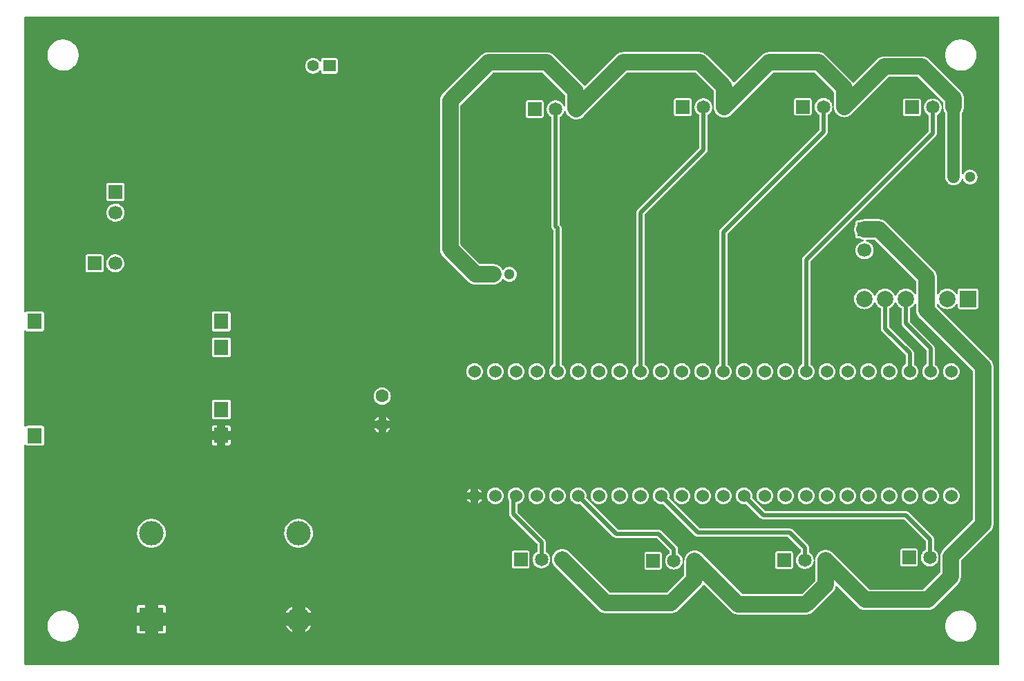
<source format=gbl>
G04 Layer: BottomLayer*
G04 EasyEDA v6.5.48, 2025-01-21 18:12:01*
G04 3cc8b20af66c43ca95afa0c2ca323a4b,765c05e22f3a42938d5e8e897a1d4f6f,10*
G04 Gerber Generator version 0.2*
G04 Scale: 100 percent, Rotated: No, Reflected: No *
G04 Dimensions in millimeters *
G04 leading zeros omitted , absolute positions ,4 integer and 5 decimal *
%FSLAX45Y45*%
%MOMM*%

%AMMACRO1*21,1,$1,$2,0,0,$3*%
%ADD10C,0.5000*%
%ADD11C,2.0000*%
%ADD12C,1.5000*%
%ADD13R,1.6510X1.6510*%
%ADD14C,1.6510*%
%ADD15MACRO1,2.0015X2.0015X-90.0000*%
%ADD16C,1.7000*%
%ADD17R,1.7000X1.7000*%
%ADD18C,1.5240*%
%ADD19R,3.0000X3.0000*%
%ADD20C,3.0000*%
%ADD21R,1.8000X1.9000*%
%ADD22R,1.5000X1.4000*%
%ADD23C,1.4000*%
%ADD24C,1.6000*%
%ADD25C,1.3000*%
%ADD26C,0.0180*%

%LPD*%
G36*
X36068Y-7974075D02*
G01*
X32156Y-7973314D01*
X28905Y-7971078D01*
X26670Y-7967827D01*
X25908Y-7963916D01*
X25908Y-5284571D01*
X26670Y-5280660D01*
X28905Y-5277358D01*
X32156Y-5275173D01*
X36068Y-5274411D01*
X39979Y-5275173D01*
X43230Y-5277358D01*
X46024Y-5280101D01*
X50901Y-5283200D01*
X56388Y-5285079D01*
X62687Y-5285790D01*
X241554Y-5285790D01*
X247853Y-5285079D01*
X253339Y-5283200D01*
X258216Y-5280101D01*
X262331Y-5276037D01*
X265379Y-5271109D01*
X267309Y-5265674D01*
X268020Y-5259324D01*
X268020Y-5070500D01*
X267309Y-5064150D01*
X265379Y-5058714D01*
X262331Y-5053787D01*
X258216Y-5049723D01*
X253339Y-5046624D01*
X247853Y-5044694D01*
X241554Y-5043982D01*
X62687Y-5043982D01*
X56388Y-5044694D01*
X50901Y-5046624D01*
X46024Y-5049723D01*
X43230Y-5052466D01*
X39979Y-5054650D01*
X36068Y-5055412D01*
X32156Y-5054650D01*
X28905Y-5052466D01*
X26670Y-5049164D01*
X25908Y-5045252D01*
X25908Y-3884523D01*
X26670Y-3880612D01*
X28905Y-3877310D01*
X32156Y-3875125D01*
X36068Y-3874363D01*
X39979Y-3875125D01*
X43230Y-3877310D01*
X46024Y-3880053D01*
X50901Y-3883151D01*
X56388Y-3885031D01*
X62687Y-3885742D01*
X241554Y-3885742D01*
X247853Y-3885031D01*
X253339Y-3883151D01*
X258216Y-3880053D01*
X262331Y-3875989D01*
X265379Y-3871061D01*
X267309Y-3865626D01*
X268020Y-3859276D01*
X268020Y-3670452D01*
X267309Y-3664102D01*
X265379Y-3658666D01*
X262331Y-3653739D01*
X258216Y-3649675D01*
X253339Y-3646576D01*
X247853Y-3644646D01*
X241554Y-3643934D01*
X62687Y-3643934D01*
X56388Y-3644646D01*
X50901Y-3646576D01*
X46024Y-3649675D01*
X43230Y-3652418D01*
X39979Y-3654602D01*
X36068Y-3655364D01*
X32156Y-3654602D01*
X28905Y-3652418D01*
X26670Y-3649116D01*
X25908Y-3645204D01*
X25908Y-36068D01*
X26670Y-32156D01*
X28905Y-28905D01*
X32156Y-26670D01*
X36068Y-25908D01*
X11963908Y-25908D01*
X11967768Y-26670D01*
X11971070Y-28905D01*
X11973306Y-32156D01*
X11974068Y-36068D01*
X11974068Y-7963916D01*
X11973306Y-7967827D01*
X11971070Y-7971078D01*
X11967768Y-7973314D01*
X11963908Y-7974075D01*
G37*

%LPC*%
G36*
X11494973Y-7691526D02*
G01*
X11513972Y-7691069D01*
X11532870Y-7688681D01*
X11551412Y-7684465D01*
X11569446Y-7678420D01*
X11586819Y-7670546D01*
X11603278Y-7661046D01*
X11618722Y-7649921D01*
X11632996Y-7637373D01*
X11645950Y-7623403D01*
X11657431Y-7608214D01*
X11667388Y-7592009D01*
X11675618Y-7574838D01*
X11682120Y-7556957D01*
X11686844Y-7538516D01*
X11689689Y-7519720D01*
X11690604Y-7500721D01*
X11689689Y-7481671D01*
X11686844Y-7462875D01*
X11682120Y-7444435D01*
X11675618Y-7426553D01*
X11667388Y-7409383D01*
X11657431Y-7393178D01*
X11645950Y-7377988D01*
X11632996Y-7364018D01*
X11618722Y-7351471D01*
X11603278Y-7340346D01*
X11586819Y-7330846D01*
X11569446Y-7322972D01*
X11551412Y-7316927D01*
X11532870Y-7312710D01*
X11513972Y-7310323D01*
X11494973Y-7309866D01*
X11475974Y-7311288D01*
X11457228Y-7314590D01*
X11438940Y-7319721D01*
X11421211Y-7326680D01*
X11404295Y-7335367D01*
X11388293Y-7345680D01*
X11373408Y-7357567D01*
X11359794Y-7370876D01*
X11347551Y-7385456D01*
X11336832Y-7401153D01*
X11327739Y-7417866D01*
X11320322Y-7435392D01*
X11314734Y-7453579D01*
X11310975Y-7472222D01*
X11309045Y-7491171D01*
X11309045Y-7510221D01*
X11310975Y-7529169D01*
X11314734Y-7547813D01*
X11320322Y-7565999D01*
X11327739Y-7583525D01*
X11336832Y-7600238D01*
X11347551Y-7615936D01*
X11359794Y-7630515D01*
X11373408Y-7643825D01*
X11388293Y-7655712D01*
X11404295Y-7666024D01*
X11421211Y-7674711D01*
X11438940Y-7681671D01*
X11457228Y-7686802D01*
X11475974Y-7690103D01*
G37*
G36*
X495604Y-7690561D02*
G01*
X514654Y-7690053D01*
X533552Y-7687716D01*
X552094Y-7683449D01*
X570128Y-7677403D01*
X587451Y-7669580D01*
X603961Y-7660081D01*
X619404Y-7648956D01*
X633679Y-7636357D01*
X646633Y-7622387D01*
X658114Y-7607249D01*
X668020Y-7590993D01*
X676300Y-7573873D01*
X682802Y-7555992D01*
X687476Y-7537551D01*
X690321Y-7518704D01*
X691286Y-7499705D01*
X690321Y-7480706D01*
X687476Y-7461859D01*
X682802Y-7443419D01*
X676300Y-7425537D01*
X668020Y-7408418D01*
X658114Y-7392162D01*
X646633Y-7377023D01*
X633679Y-7363053D01*
X619404Y-7350455D01*
X603961Y-7339330D01*
X587451Y-7329830D01*
X570128Y-7322007D01*
X552094Y-7315962D01*
X533552Y-7311694D01*
X514654Y-7309358D01*
X495604Y-7308850D01*
X476656Y-7310272D01*
X457911Y-7313574D01*
X439572Y-7318756D01*
X421843Y-7325715D01*
X404926Y-7334402D01*
X388924Y-7344714D01*
X374091Y-7356551D01*
X360426Y-7369860D01*
X348234Y-7384440D01*
X337515Y-7400188D01*
X328371Y-7416901D01*
X321005Y-7434427D01*
X315366Y-7452614D01*
X311607Y-7471257D01*
X309727Y-7490206D01*
X309727Y-7509205D01*
X311607Y-7528153D01*
X315366Y-7546797D01*
X321005Y-7564983D01*
X328371Y-7582509D01*
X337515Y-7599222D01*
X348234Y-7614970D01*
X360426Y-7629550D01*
X374091Y-7642859D01*
X388924Y-7654696D01*
X404926Y-7665008D01*
X421843Y-7673695D01*
X439572Y-7680655D01*
X457911Y-7685836D01*
X476656Y-7689138D01*
G37*
G36*
X1432864Y-7591958D02*
G01*
X1500936Y-7591958D01*
X1500936Y-7497368D01*
X1406398Y-7497368D01*
X1406398Y-7565440D01*
X1407109Y-7571790D01*
X1408988Y-7577226D01*
X1412087Y-7582153D01*
X1416202Y-7586218D01*
X1421079Y-7589316D01*
X1426565Y-7591247D01*
G37*
G36*
X1663649Y-7591958D02*
G01*
X1731721Y-7591958D01*
X1738071Y-7591247D01*
X1743506Y-7589316D01*
X1748383Y-7586218D01*
X1752498Y-7582153D01*
X1755597Y-7577226D01*
X1757476Y-7571790D01*
X1758188Y-7565440D01*
X1758188Y-7497368D01*
X1663649Y-7497368D01*
G37*
G36*
X3304336Y-7571841D02*
G01*
X3304336Y-7497368D01*
X3229813Y-7497368D01*
X3230422Y-7498689D01*
X3239770Y-7514234D01*
X3250641Y-7528712D01*
X3262934Y-7542022D01*
X3276549Y-7553959D01*
X3291281Y-7564475D01*
G37*
G36*
X3467049Y-7571841D02*
G01*
X3480104Y-7564475D01*
X3494836Y-7553959D01*
X3508451Y-7542022D01*
X3520744Y-7528712D01*
X3531615Y-7514234D01*
X3540963Y-7498689D01*
X3541572Y-7497368D01*
X3467049Y-7497368D01*
G37*
G36*
X8773058Y-7357821D02*
G01*
X9602825Y-7357821D01*
X9610598Y-7357567D01*
X9618167Y-7356856D01*
X9625685Y-7355738D01*
X9633102Y-7354112D01*
X9640417Y-7352080D01*
X9647631Y-7349591D01*
X9654641Y-7346696D01*
X9661499Y-7343394D01*
X9668103Y-7339634D01*
X9674504Y-7335520D01*
X9680600Y-7330998D01*
X9686442Y-7326122D01*
X9692132Y-7320788D01*
X9931908Y-7081012D01*
X9937242Y-7075373D01*
X9942068Y-7069531D01*
X9946589Y-7063384D01*
X9950704Y-7057034D01*
X9954463Y-7050379D01*
X9957816Y-7043572D01*
X9960711Y-7036511D01*
X9963200Y-7029348D01*
X9965232Y-7022033D01*
X9966706Y-7014972D01*
X9968484Y-7011060D01*
X9971735Y-7008215D01*
X9975900Y-7006945D01*
X9980168Y-7007555D01*
X9983825Y-7009892D01*
X10239857Y-7265924D01*
X10245547Y-7271258D01*
X10251389Y-7276134D01*
X10257485Y-7280656D01*
X10263886Y-7284770D01*
X10270490Y-7288530D01*
X10277348Y-7291831D01*
X10284358Y-7294727D01*
X10291572Y-7297216D01*
X10298887Y-7299248D01*
X10306304Y-7300874D01*
X10313822Y-7301992D01*
X10321391Y-7302703D01*
X10329164Y-7302957D01*
X11093805Y-7302957D01*
X11101578Y-7302703D01*
X11109147Y-7301992D01*
X11116665Y-7300874D01*
X11124082Y-7299248D01*
X11131397Y-7297216D01*
X11138611Y-7294727D01*
X11145621Y-7291831D01*
X11152479Y-7288530D01*
X11159083Y-7284770D01*
X11165484Y-7280656D01*
X11171580Y-7276134D01*
X11177422Y-7271258D01*
X11183112Y-7265924D01*
X11463782Y-6985253D01*
X11469116Y-6979564D01*
X11473992Y-6973722D01*
X11478514Y-6967626D01*
X11482628Y-6961225D01*
X11486388Y-6954621D01*
X11489690Y-6947763D01*
X11492585Y-6940753D01*
X11495074Y-6933539D01*
X11497106Y-6926224D01*
X11498732Y-6918807D01*
X11499850Y-6911289D01*
X11500561Y-6903720D01*
X11500815Y-6895947D01*
X11500815Y-6704279D01*
X11501577Y-6700418D01*
X11503761Y-6697116D01*
X11862816Y-6338062D01*
X11868150Y-6332372D01*
X11873026Y-6326530D01*
X11877548Y-6320434D01*
X11881662Y-6314033D01*
X11885422Y-6307429D01*
X11888724Y-6300571D01*
X11891619Y-6293561D01*
X11894108Y-6286347D01*
X11896140Y-6279032D01*
X11897766Y-6271615D01*
X11898884Y-6264097D01*
X11899595Y-6256528D01*
X11899849Y-6248755D01*
X11899849Y-4322216D01*
X11899595Y-4314494D01*
X11898884Y-4306874D01*
X11897766Y-4299407D01*
X11896140Y-4291939D01*
X11894108Y-4284624D01*
X11891619Y-4277410D01*
X11888724Y-4270400D01*
X11885422Y-4263542D01*
X11881662Y-4256938D01*
X11877548Y-4250537D01*
X11873026Y-4244441D01*
X11868150Y-4238548D01*
X11862866Y-4232960D01*
X11208867Y-3578707D01*
X11206683Y-3575405D01*
X11205921Y-3571544D01*
X11205921Y-3555441D01*
X11206835Y-3551224D01*
X11209477Y-3547719D01*
X11213338Y-3545687D01*
X11217706Y-3545433D01*
X11221720Y-3547059D01*
X11224768Y-3550208D01*
X11230356Y-3559505D01*
X11239754Y-3571494D01*
X11250472Y-3582212D01*
X11262461Y-3591610D01*
X11275466Y-3599484D01*
X11289334Y-3605682D01*
X11303863Y-3610203D01*
X11318798Y-3612946D01*
X11333988Y-3613861D01*
X11349177Y-3612946D01*
X11364112Y-3610203D01*
X11378641Y-3605682D01*
X11392458Y-3599484D01*
X11405514Y-3591610D01*
X11417452Y-3582212D01*
X11428222Y-3571494D01*
X11437569Y-3559505D01*
X11443208Y-3550208D01*
X11446205Y-3547008D01*
X11450269Y-3545433D01*
X11454638Y-3545636D01*
X11458498Y-3547719D01*
X11461140Y-3551174D01*
X11462054Y-3555441D01*
X11462054Y-3587445D01*
X11462766Y-3593744D01*
X11464696Y-3599230D01*
X11467795Y-3604107D01*
X11471859Y-3608222D01*
X11476786Y-3611270D01*
X11482222Y-3613200D01*
X11488572Y-3613912D01*
X11687403Y-3613912D01*
X11693753Y-3613200D01*
X11699189Y-3611270D01*
X11704066Y-3608222D01*
X11708180Y-3604107D01*
X11711279Y-3599230D01*
X11713159Y-3593744D01*
X11713870Y-3587445D01*
X11713870Y-3388563D01*
X11713159Y-3382264D01*
X11711279Y-3376777D01*
X11708180Y-3371900D01*
X11704066Y-3367786D01*
X11699189Y-3364687D01*
X11693753Y-3362807D01*
X11687403Y-3362096D01*
X11488572Y-3362096D01*
X11482222Y-3362807D01*
X11476786Y-3364687D01*
X11471859Y-3367786D01*
X11467795Y-3371900D01*
X11464696Y-3376777D01*
X11462766Y-3382264D01*
X11462054Y-3388563D01*
X11462054Y-3420567D01*
X11461140Y-3424783D01*
X11458498Y-3428288D01*
X11454638Y-3430320D01*
X11450269Y-3430574D01*
X11446205Y-3428949D01*
X11443208Y-3425799D01*
X11437569Y-3416503D01*
X11428222Y-3404514D01*
X11417452Y-3393744D01*
X11405514Y-3384397D01*
X11392458Y-3376523D01*
X11378641Y-3370275D01*
X11364112Y-3365754D01*
X11349177Y-3363010D01*
X11333988Y-3362096D01*
X11318798Y-3363010D01*
X11303863Y-3365754D01*
X11289334Y-3370275D01*
X11275466Y-3376523D01*
X11262461Y-3384397D01*
X11250472Y-3393744D01*
X11239754Y-3404514D01*
X11230356Y-3416503D01*
X11224768Y-3425799D01*
X11221720Y-3428949D01*
X11217706Y-3430574D01*
X11213338Y-3430320D01*
X11209477Y-3428288D01*
X11206835Y-3424783D01*
X11205921Y-3420516D01*
X11205921Y-3218078D01*
X11205667Y-3210306D01*
X11204956Y-3202736D01*
X11203838Y-3195218D01*
X11202212Y-3187801D01*
X11200180Y-3180486D01*
X11197691Y-3173272D01*
X11194796Y-3166262D01*
X11191494Y-3159404D01*
X11187734Y-3152800D01*
X11183620Y-3146399D01*
X11179098Y-3140303D01*
X11174222Y-3134461D01*
X11168888Y-3128772D01*
X10589260Y-2549144D01*
X10583570Y-2543810D01*
X10577728Y-2538933D01*
X10571632Y-2534412D01*
X10565231Y-2530297D01*
X10558627Y-2526538D01*
X10551769Y-2523236D01*
X10544759Y-2520340D01*
X10537545Y-2517851D01*
X10530230Y-2515819D01*
X10522813Y-2514193D01*
X10515295Y-2513076D01*
X10507726Y-2512364D01*
X10499953Y-2512161D01*
X10321340Y-2512161D01*
X10305846Y-2513076D01*
X10290911Y-2515819D01*
X10276382Y-2520340D01*
X10263378Y-2526182D01*
X10259212Y-2527096D01*
X10236555Y-2527096D01*
X10230205Y-2527808D01*
X10224770Y-2529687D01*
X10219842Y-2532786D01*
X10215778Y-2536901D01*
X10212679Y-2541778D01*
X10210800Y-2547264D01*
X10210088Y-2553563D01*
X10210088Y-2576220D01*
X10209174Y-2580386D01*
X10203332Y-2593390D01*
X10198811Y-2607919D01*
X10196068Y-2622854D01*
X10195153Y-2638044D01*
X10196068Y-2653233D01*
X10198811Y-2668168D01*
X10203332Y-2682697D01*
X10209174Y-2695702D01*
X10210088Y-2699867D01*
X10210088Y-2722422D01*
X10210800Y-2728722D01*
X10212679Y-2734208D01*
X10215778Y-2739085D01*
X10219842Y-2743200D01*
X10224770Y-2746298D01*
X10230205Y-2748178D01*
X10236555Y-2748889D01*
X10259009Y-2748889D01*
X10263174Y-2749804D01*
X10276382Y-2755747D01*
X10290911Y-2760268D01*
X10303967Y-2762656D01*
X10307675Y-2764180D01*
X10310571Y-2767025D01*
X10312095Y-2770733D01*
X10312044Y-2774797D01*
X10310418Y-2778506D01*
X10307523Y-2781249D01*
X10303713Y-2782671D01*
X10296296Y-2783890D01*
X10282682Y-2787954D01*
X10269677Y-2793695D01*
X10257536Y-2801061D01*
X10246410Y-2809900D01*
X10236555Y-2820111D01*
X10228072Y-2831490D01*
X10221061Y-2843885D01*
X10215727Y-2857042D01*
X10212120Y-2870809D01*
X10210342Y-2884881D01*
X10210342Y-2899105D01*
X10212120Y-2913176D01*
X10215727Y-2926943D01*
X10221061Y-2940100D01*
X10228072Y-2952496D01*
X10236555Y-2963875D01*
X10246410Y-2974086D01*
X10257536Y-2982925D01*
X10269677Y-2990291D01*
X10282682Y-2996082D01*
X10296296Y-3000095D01*
X10310317Y-3002381D01*
X10324541Y-3002838D01*
X10338663Y-3001467D01*
X10352532Y-2998317D01*
X10365841Y-2993390D01*
X10378440Y-2986836D01*
X10390124Y-2978708D01*
X10400639Y-2969158D01*
X10409834Y-2958338D01*
X10417606Y-2946400D01*
X10423753Y-2933598D01*
X10428224Y-2920136D01*
X10430967Y-2906166D01*
X10431881Y-2891993D01*
X10430967Y-2877820D01*
X10428224Y-2863850D01*
X10423753Y-2850388D01*
X10417606Y-2837586D01*
X10409834Y-2825648D01*
X10400639Y-2814878D01*
X10390124Y-2805277D01*
X10378440Y-2797149D01*
X10365841Y-2790596D01*
X10352532Y-2785668D01*
X10345216Y-2783992D01*
X10341356Y-2782265D01*
X10338612Y-2779115D01*
X10337342Y-2775102D01*
X10337800Y-2770886D01*
X10339933Y-2767279D01*
X10343337Y-2764840D01*
X10347452Y-2763977D01*
X10443768Y-2763977D01*
X10447629Y-2764739D01*
X10450931Y-2766923D01*
X10951108Y-3267100D01*
X10953292Y-3270402D01*
X10954105Y-3274263D01*
X10954105Y-3420567D01*
X10953140Y-3424834D01*
X10950498Y-3428288D01*
X10946638Y-3430320D01*
X10942269Y-3430574D01*
X10938256Y-3429000D01*
X10935208Y-3425799D01*
X10929569Y-3416503D01*
X10920222Y-3404514D01*
X10909452Y-3393744D01*
X10897514Y-3384397D01*
X10884458Y-3376523D01*
X10870641Y-3370275D01*
X10856112Y-3365754D01*
X10841177Y-3363010D01*
X10825988Y-3362096D01*
X10810798Y-3363010D01*
X10795863Y-3365754D01*
X10781334Y-3370275D01*
X10767466Y-3376523D01*
X10754461Y-3384397D01*
X10742472Y-3393744D01*
X10731754Y-3404514D01*
X10722356Y-3416503D01*
X10714532Y-3429508D01*
X10708233Y-3443427D01*
X10705998Y-3446576D01*
X10702747Y-3448659D01*
X10698988Y-3449421D01*
X10695178Y-3448659D01*
X10691926Y-3446576D01*
X10689691Y-3443427D01*
X10683443Y-3429508D01*
X10675569Y-3416503D01*
X10666222Y-3404514D01*
X10655452Y-3393744D01*
X10643514Y-3384397D01*
X10630458Y-3376523D01*
X10616641Y-3370275D01*
X10602112Y-3365754D01*
X10587177Y-3363010D01*
X10571988Y-3362096D01*
X10556798Y-3363010D01*
X10541863Y-3365754D01*
X10527334Y-3370275D01*
X10513466Y-3376523D01*
X10500461Y-3384397D01*
X10488472Y-3393744D01*
X10477754Y-3404514D01*
X10468356Y-3416503D01*
X10460532Y-3429508D01*
X10454233Y-3443427D01*
X10451998Y-3446576D01*
X10448747Y-3448659D01*
X10444988Y-3449421D01*
X10441178Y-3448659D01*
X10437926Y-3446576D01*
X10435691Y-3443427D01*
X10429443Y-3429508D01*
X10421569Y-3416503D01*
X10412222Y-3404514D01*
X10401452Y-3393744D01*
X10389514Y-3384397D01*
X10376458Y-3376523D01*
X10362641Y-3370275D01*
X10348112Y-3365754D01*
X10333177Y-3363010D01*
X10317988Y-3362096D01*
X10302798Y-3363010D01*
X10287863Y-3365754D01*
X10273334Y-3370275D01*
X10259466Y-3376523D01*
X10246461Y-3384397D01*
X10234472Y-3393744D01*
X10223754Y-3404514D01*
X10214356Y-3416503D01*
X10206532Y-3429508D01*
X10200284Y-3443376D01*
X10195763Y-3457854D01*
X10193020Y-3472840D01*
X10192105Y-3487978D01*
X10193020Y-3503168D01*
X10195763Y-3518103D01*
X10200284Y-3532632D01*
X10206532Y-3546500D01*
X10214356Y-3559505D01*
X10223754Y-3571494D01*
X10234472Y-3582212D01*
X10246461Y-3591610D01*
X10259466Y-3599484D01*
X10273334Y-3605682D01*
X10287863Y-3610203D01*
X10302798Y-3612946D01*
X10317988Y-3613861D01*
X10333177Y-3612946D01*
X10348112Y-3610203D01*
X10362641Y-3605682D01*
X10376458Y-3599484D01*
X10389514Y-3591610D01*
X10401452Y-3582212D01*
X10412222Y-3571494D01*
X10421569Y-3559505D01*
X10429443Y-3546500D01*
X10435691Y-3532581D01*
X10437926Y-3529431D01*
X10441178Y-3527298D01*
X10444988Y-3526586D01*
X10448747Y-3527298D01*
X10451998Y-3529431D01*
X10454233Y-3532581D01*
X10460532Y-3546500D01*
X10468356Y-3559505D01*
X10477754Y-3571494D01*
X10488472Y-3582212D01*
X10500461Y-3591610D01*
X10518241Y-3602431D01*
X10520324Y-3605631D01*
X10521035Y-3609441D01*
X10521035Y-3851757D01*
X10521238Y-3856431D01*
X10521848Y-3860800D01*
X10522813Y-3865168D01*
X10524134Y-3869385D01*
X10525861Y-3873500D01*
X10527893Y-3877411D01*
X10530281Y-3881170D01*
X10532973Y-3884676D01*
X10536123Y-3888130D01*
X10821416Y-4173423D01*
X10823600Y-4176725D01*
X10824362Y-4180586D01*
X10824362Y-4284065D01*
X10823803Y-4287418D01*
X10822178Y-4290364D01*
X10819688Y-4292650D01*
X10814710Y-4295800D01*
X10804296Y-4304588D01*
X10795152Y-4314698D01*
X10787430Y-4325975D01*
X10781284Y-4338116D01*
X10776813Y-4351020D01*
X10774121Y-4364380D01*
X10773206Y-4377994D01*
X10774121Y-4391609D01*
X10776813Y-4404969D01*
X10781284Y-4417822D01*
X10787430Y-4430014D01*
X10795152Y-4441240D01*
X10804296Y-4451350D01*
X10814710Y-4460189D01*
X10826242Y-4467504D01*
X10838586Y-4473244D01*
X10851642Y-4477308D01*
X10865053Y-4479544D01*
X10878718Y-4480001D01*
X10892282Y-4478629D01*
X10905540Y-4475480D01*
X10918240Y-4470603D01*
X10930229Y-4464050D01*
X10941202Y-4455922D01*
X10951006Y-4446473D01*
X10959439Y-4435754D01*
X10966399Y-4424019D01*
X10971733Y-4411472D01*
X10975340Y-4398314D01*
X10977168Y-4384802D01*
X10977168Y-4371187D01*
X10975340Y-4357674D01*
X10971733Y-4344517D01*
X10966399Y-4331970D01*
X10959439Y-4320235D01*
X10951006Y-4309516D01*
X10941202Y-4300016D01*
X10930331Y-4292041D01*
X10928096Y-4289755D01*
X10926673Y-4286961D01*
X10926216Y-4283862D01*
X10926216Y-4155541D01*
X10926013Y-4150868D01*
X10925403Y-4146448D01*
X10924438Y-4142130D01*
X10923117Y-4137863D01*
X10921441Y-4133799D01*
X10919358Y-4129836D01*
X10916970Y-4126077D01*
X10914278Y-4122572D01*
X10911128Y-4119118D01*
X10625836Y-3833876D01*
X10623651Y-3830574D01*
X10622889Y-3826662D01*
X10622889Y-3609441D01*
X10623600Y-3605682D01*
X10625683Y-3602431D01*
X10628884Y-3600196D01*
X10630458Y-3599484D01*
X10643514Y-3591610D01*
X10655452Y-3582212D01*
X10666222Y-3571494D01*
X10675569Y-3559505D01*
X10683443Y-3546500D01*
X10689691Y-3532581D01*
X10691926Y-3529431D01*
X10695178Y-3527298D01*
X10698988Y-3526586D01*
X10702747Y-3527298D01*
X10705998Y-3529431D01*
X10708233Y-3532581D01*
X10714532Y-3546500D01*
X10722356Y-3559505D01*
X10731754Y-3571494D01*
X10742472Y-3582212D01*
X10754461Y-3591610D01*
X10767466Y-3599484D01*
X10769092Y-3600196D01*
X10772241Y-3602431D01*
X10774375Y-3605682D01*
X10775086Y-3609441D01*
X10775086Y-3790746D01*
X10775289Y-3795369D01*
X10775848Y-3799789D01*
X10776813Y-3804107D01*
X10778185Y-3808374D01*
X10779861Y-3812438D01*
X10781893Y-3816400D01*
X10784281Y-3820160D01*
X10787024Y-3823665D01*
X10790174Y-3827119D01*
X11075416Y-4112361D01*
X11077600Y-4115663D01*
X11078362Y-4119524D01*
X11078362Y-4284065D01*
X11077803Y-4287418D01*
X11076178Y-4290364D01*
X11073688Y-4292650D01*
X11068710Y-4295800D01*
X11058296Y-4304588D01*
X11049152Y-4314698D01*
X11041430Y-4325975D01*
X11035284Y-4338116D01*
X11030813Y-4351020D01*
X11028121Y-4364380D01*
X11027206Y-4377994D01*
X11028121Y-4391609D01*
X11030813Y-4404969D01*
X11035284Y-4417822D01*
X11041430Y-4430014D01*
X11049152Y-4441240D01*
X11058296Y-4451350D01*
X11068710Y-4460189D01*
X11080242Y-4467504D01*
X11092586Y-4473244D01*
X11105642Y-4477308D01*
X11119053Y-4479544D01*
X11132718Y-4480001D01*
X11146282Y-4478629D01*
X11159540Y-4475480D01*
X11172240Y-4470603D01*
X11184229Y-4464050D01*
X11195202Y-4455922D01*
X11205006Y-4446473D01*
X11213439Y-4435754D01*
X11220399Y-4424019D01*
X11225733Y-4411472D01*
X11229340Y-4398314D01*
X11231168Y-4384802D01*
X11231168Y-4371187D01*
X11229340Y-4357674D01*
X11225733Y-4344517D01*
X11220399Y-4331970D01*
X11213439Y-4320235D01*
X11205006Y-4309516D01*
X11195202Y-4300016D01*
X11184331Y-4292041D01*
X11182096Y-4289755D01*
X11180673Y-4286961D01*
X11180216Y-4283862D01*
X11180216Y-4094479D01*
X11180013Y-4089806D01*
X11179403Y-4085386D01*
X11178438Y-4081068D01*
X11177117Y-4076852D01*
X11175441Y-4072737D01*
X11173358Y-4068775D01*
X11170970Y-4065066D01*
X11168278Y-4061510D01*
X11165128Y-4058107D01*
X10879886Y-3772814D01*
X10877651Y-3769563D01*
X10876889Y-3765651D01*
X10876889Y-3609441D01*
X10877651Y-3605631D01*
X10879734Y-3602431D01*
X10897514Y-3591610D01*
X10909452Y-3582212D01*
X10920222Y-3571494D01*
X10929569Y-3559505D01*
X10935208Y-3550158D01*
X10938256Y-3547008D01*
X10942269Y-3545382D01*
X10946638Y-3545636D01*
X10950498Y-3547668D01*
X10953140Y-3551174D01*
X10954105Y-3555441D01*
X10954105Y-3627729D01*
X10954308Y-3635451D01*
X10955020Y-3643071D01*
X10956137Y-3650538D01*
X10957763Y-3658006D01*
X10959795Y-3665321D01*
X10962284Y-3672535D01*
X10965180Y-3679545D01*
X10968482Y-3686403D01*
X10972241Y-3693007D01*
X10976356Y-3699408D01*
X10980877Y-3705504D01*
X10985754Y-3711397D01*
X10991037Y-3716985D01*
X11645036Y-4371238D01*
X11647220Y-4374540D01*
X11648033Y-4378401D01*
X11648033Y-6192570D01*
X11647220Y-6196431D01*
X11645036Y-6199733D01*
X11285982Y-6558788D01*
X11280648Y-6564477D01*
X11275771Y-6570319D01*
X11271250Y-6576415D01*
X11267135Y-6582816D01*
X11263426Y-6589420D01*
X11260074Y-6596278D01*
X11257178Y-6603288D01*
X11254689Y-6610502D01*
X11252657Y-6617817D01*
X11251031Y-6625234D01*
X11249914Y-6632752D01*
X11249202Y-6640322D01*
X11248999Y-6648094D01*
X11248999Y-6839762D01*
X11248186Y-6843623D01*
X11246002Y-6846925D01*
X11044783Y-7048144D01*
X11041481Y-7050328D01*
X11037620Y-7051141D01*
X10385399Y-7051141D01*
X10381488Y-7050328D01*
X10378186Y-7048144D01*
X9932111Y-6602069D01*
X9926472Y-6596735D01*
X9920630Y-6591909D01*
X9914483Y-6587388D01*
X9908133Y-6583273D01*
X9901478Y-6579514D01*
X9894671Y-6576161D01*
X9887610Y-6573266D01*
X9880447Y-6570776D01*
X9873132Y-6568744D01*
X9865664Y-6567170D01*
X9858146Y-6566001D01*
X9850577Y-6565341D01*
X9843008Y-6565087D01*
X9835388Y-6565341D01*
X9827818Y-6566001D01*
X9820300Y-6567170D01*
X9812832Y-6568744D01*
X9805517Y-6570776D01*
X9798354Y-6573266D01*
X9791293Y-6576161D01*
X9784486Y-6579514D01*
X9777831Y-6583273D01*
X9771481Y-6587388D01*
X9765334Y-6591909D01*
X9759492Y-6596735D01*
X9753955Y-6601968D01*
X9748723Y-6607505D01*
X9743897Y-6613347D01*
X9739376Y-6619494D01*
X9735261Y-6625844D01*
X9731502Y-6632498D01*
X9728149Y-6639306D01*
X9725253Y-6646367D01*
X9722764Y-6653530D01*
X9720732Y-6660845D01*
X9719157Y-6668312D01*
X9717989Y-6675780D01*
X9717278Y-6684721D01*
X9716008Y-6688836D01*
X9713112Y-6692036D01*
X9711690Y-6692696D01*
X9713417Y-6693611D01*
X9716109Y-6697065D01*
X9717074Y-6701434D01*
X9717074Y-6935520D01*
X9716312Y-6939381D01*
X9714077Y-6942683D01*
X9553803Y-7103008D01*
X9550501Y-7105192D01*
X9546590Y-7106005D01*
X8829294Y-7106005D01*
X8825382Y-7105192D01*
X8822080Y-7103008D01*
X8328152Y-6609080D01*
X8322462Y-6603746D01*
X8316671Y-6598869D01*
X8310524Y-6594348D01*
X8304123Y-6590233D01*
X8297519Y-6586474D01*
X8290661Y-6583172D01*
X8283651Y-6580276D01*
X8276437Y-6577787D01*
X8269122Y-6575755D01*
X8261705Y-6574129D01*
X8254187Y-6573012D01*
X8246618Y-6572300D01*
X8238998Y-6572097D01*
X8231378Y-6572300D01*
X8223808Y-6573012D01*
X8216290Y-6574129D01*
X8208873Y-6575755D01*
X8201558Y-6577787D01*
X8194344Y-6580276D01*
X8187334Y-6583172D01*
X8180476Y-6586474D01*
X8173872Y-6590233D01*
X8167471Y-6594348D01*
X8161375Y-6598869D01*
X8155533Y-6603746D01*
X8149996Y-6608978D01*
X8144764Y-6614515D01*
X8139887Y-6620357D01*
X8135366Y-6626453D01*
X8131251Y-6632854D01*
X8127492Y-6639458D01*
X8124190Y-6646316D01*
X8121294Y-6653326D01*
X8118805Y-6660540D01*
X8116773Y-6667855D01*
X8115147Y-6675272D01*
X8114030Y-6682790D01*
X8113268Y-6691833D01*
X8111998Y-6695948D01*
X8109153Y-6699148D01*
X8107984Y-6699707D01*
X8109407Y-6700418D01*
X8112099Y-6703923D01*
X8113115Y-6708241D01*
X8113115Y-6868464D01*
X8112302Y-6872325D01*
X8110118Y-6875627D01*
X7899755Y-7085990D01*
X7896453Y-7088174D01*
X7892592Y-7088987D01*
X7205167Y-7088987D01*
X7201306Y-7088174D01*
X7198004Y-7085990D01*
X6705193Y-6593179D01*
X6693560Y-6582867D01*
X6681063Y-6574231D01*
X6667601Y-6567170D01*
X6653377Y-6561785D01*
X6638645Y-6558127D01*
X6623558Y-6556298D01*
X6608318Y-6556298D01*
X6593230Y-6558127D01*
X6578498Y-6561785D01*
X6564274Y-6567170D01*
X6550812Y-6574231D01*
X6538315Y-6582867D01*
X6526936Y-6592976D01*
X6516827Y-6604355D01*
X6508191Y-6616852D01*
X6501130Y-6630314D01*
X6495745Y-6644538D01*
X6492087Y-6659270D01*
X6490258Y-6674358D01*
X6490258Y-6689598D01*
X6492087Y-6704685D01*
X6495745Y-6719417D01*
X6501130Y-6733641D01*
X6508191Y-6747103D01*
X6516827Y-6759600D01*
X6527139Y-6771233D01*
X7059675Y-7303770D01*
X7065365Y-7309103D01*
X7071207Y-7313980D01*
X7077303Y-7318502D01*
X7083704Y-7322616D01*
X7090308Y-7326375D01*
X7097166Y-7329678D01*
X7104176Y-7332573D01*
X7111390Y-7335062D01*
X7118705Y-7337094D01*
X7126122Y-7338720D01*
X7133640Y-7339838D01*
X7141209Y-7340549D01*
X7148982Y-7340803D01*
X7948777Y-7340803D01*
X7956550Y-7340549D01*
X7964119Y-7339838D01*
X7971637Y-7338720D01*
X7979054Y-7337094D01*
X7986369Y-7335062D01*
X7993583Y-7332573D01*
X8000593Y-7329678D01*
X8007451Y-7326375D01*
X8014055Y-7322616D01*
X8020456Y-7318502D01*
X8026552Y-7313980D01*
X8032394Y-7309103D01*
X8038084Y-7303770D01*
X8327898Y-7013956D01*
X8333231Y-7008266D01*
X8338108Y-7002475D01*
X8342680Y-6996226D01*
X8345931Y-6993381D01*
X8350097Y-6992112D01*
X8354364Y-6992721D01*
X8358022Y-6995058D01*
X8683752Y-7320788D01*
X8689441Y-7326122D01*
X8695283Y-7330998D01*
X8701379Y-7335520D01*
X8707780Y-7339634D01*
X8714384Y-7343394D01*
X8721242Y-7346696D01*
X8728252Y-7349591D01*
X8735466Y-7352080D01*
X8742781Y-7354112D01*
X8750198Y-7355738D01*
X8757716Y-7356856D01*
X8765286Y-7357567D01*
G37*
G36*
X3230016Y-7334707D02*
G01*
X3304336Y-7334707D01*
X3304336Y-7260336D01*
X3299053Y-7262977D01*
X3283762Y-7272680D01*
X3269589Y-7283907D01*
X3256584Y-7296556D01*
X3245002Y-7310475D01*
X3234893Y-7325461D01*
G37*
G36*
X3467049Y-7334707D02*
G01*
X3541369Y-7334707D01*
X3536492Y-7325461D01*
X3526383Y-7310475D01*
X3514801Y-7296556D01*
X3501796Y-7283907D01*
X3487623Y-7272680D01*
X3472332Y-7262977D01*
X3467049Y-7260336D01*
G37*
G36*
X1406398Y-7334707D02*
G01*
X1500936Y-7334707D01*
X1500936Y-7240117D01*
X1432864Y-7240117D01*
X1426565Y-7240828D01*
X1421079Y-7242759D01*
X1416202Y-7245807D01*
X1412087Y-7249922D01*
X1408988Y-7254798D01*
X1407109Y-7260285D01*
X1406398Y-7266584D01*
G37*
G36*
X1663649Y-7334707D02*
G01*
X1758188Y-7334707D01*
X1758188Y-7266584D01*
X1757476Y-7260285D01*
X1755597Y-7254798D01*
X1752498Y-7249922D01*
X1748383Y-7245807D01*
X1743506Y-7242759D01*
X1738071Y-7240828D01*
X1731721Y-7240117D01*
X1663649Y-7240117D01*
G37*
G36*
X7649006Y-6806438D02*
G01*
X7812989Y-6806438D01*
X7819288Y-6805726D01*
X7824724Y-6803847D01*
X7829651Y-6800748D01*
X7833715Y-6796633D01*
X7836814Y-6791756D01*
X7838744Y-6786270D01*
X7839456Y-6779971D01*
X7839456Y-6615988D01*
X7838744Y-6609689D01*
X7836814Y-6604203D01*
X7833715Y-6599326D01*
X7829651Y-6595211D01*
X7824724Y-6592163D01*
X7819288Y-6590233D01*
X7812989Y-6589522D01*
X7649006Y-6589522D01*
X7642707Y-6590233D01*
X7637221Y-6592163D01*
X7632344Y-6595211D01*
X7628229Y-6599326D01*
X7625130Y-6604203D01*
X7623251Y-6609689D01*
X7622540Y-6615988D01*
X7622540Y-6779971D01*
X7623251Y-6786270D01*
X7625130Y-6791756D01*
X7628229Y-6796633D01*
X7632344Y-6800748D01*
X7637221Y-6803847D01*
X7642707Y-6805726D01*
G37*
G36*
X7984998Y-6806438D02*
G01*
X7999120Y-6805472D01*
X8013039Y-6802729D01*
X8026501Y-6798157D01*
X8039201Y-6791909D01*
X8050987Y-6784035D01*
X8061655Y-6774688D01*
X8071002Y-6764020D01*
X8078876Y-6752183D01*
X8085175Y-6739483D01*
X8089747Y-6726072D01*
X8092490Y-6712153D01*
X8092795Y-6707581D01*
X8094014Y-6703364D01*
X8096961Y-6700012D01*
X8097012Y-6699046D01*
X8094218Y-6695795D01*
X8092998Y-6691630D01*
X8092490Y-6683857D01*
X8089747Y-6669938D01*
X8085175Y-6656476D01*
X8078876Y-6643776D01*
X8071002Y-6631990D01*
X8061655Y-6621322D01*
X8050987Y-6611975D01*
X8040420Y-6604914D01*
X8037982Y-6602628D01*
X8036458Y-6599732D01*
X8035899Y-6596430D01*
X8035899Y-6558229D01*
X8035696Y-6553606D01*
X8035137Y-6549186D01*
X8034172Y-6544868D01*
X8032851Y-6540601D01*
X8031124Y-6536537D01*
X8029092Y-6532575D01*
X8026704Y-6528816D01*
X8024012Y-6525310D01*
X8020862Y-6521856D01*
X7831175Y-6332169D01*
X7827721Y-6329019D01*
X7824216Y-6326327D01*
X7820456Y-6323939D01*
X7816494Y-6321907D01*
X7812430Y-6320180D01*
X7808163Y-6318859D01*
X7803845Y-6317894D01*
X7799425Y-6317335D01*
X7794802Y-6317132D01*
X7302652Y-6317132D01*
X7298740Y-6316370D01*
X7295489Y-6314135D01*
X6913829Y-5932525D01*
X6911797Y-5929630D01*
X6910933Y-5926175D01*
X6913168Y-5908802D01*
X6913168Y-5895187D01*
X6911340Y-5881674D01*
X6907733Y-5868517D01*
X6902399Y-5855970D01*
X6895439Y-5844235D01*
X6887006Y-5833516D01*
X6877202Y-5824016D01*
X6866229Y-5815939D01*
X6854240Y-5809386D01*
X6841540Y-5804509D01*
X6828281Y-5801309D01*
X6814718Y-5799937D01*
X6801053Y-5800394D01*
X6787642Y-5802680D01*
X6774586Y-5806744D01*
X6762242Y-5812485D01*
X6750710Y-5819800D01*
X6740296Y-5828588D01*
X6731152Y-5838698D01*
X6723430Y-5849975D01*
X6717284Y-5862116D01*
X6712813Y-5875020D01*
X6710121Y-5888380D01*
X6709206Y-5901994D01*
X6710121Y-5915609D01*
X6712813Y-5928969D01*
X6717284Y-5941822D01*
X6723430Y-5954014D01*
X6731152Y-5965240D01*
X6740296Y-5975350D01*
X6750710Y-5984189D01*
X6762242Y-5991504D01*
X6774586Y-5997244D01*
X6787642Y-6001308D01*
X6801053Y-6003544D01*
X6814718Y-6004001D01*
X6828281Y-6002629D01*
X6832193Y-6001715D01*
X6835648Y-6001512D01*
X6838950Y-6002426D01*
X6841744Y-6004407D01*
X7241184Y-6403898D01*
X7244638Y-6407048D01*
X7248144Y-6409740D01*
X7251903Y-6412128D01*
X7255865Y-6414160D01*
X7259929Y-6415887D01*
X7264196Y-6417208D01*
X7268514Y-6418173D01*
X7272934Y-6418732D01*
X7277557Y-6418935D01*
X7769707Y-6418935D01*
X7773619Y-6419697D01*
X7776870Y-6421932D01*
X7931099Y-6576161D01*
X7933334Y-6579412D01*
X7934096Y-6583324D01*
X7934096Y-6596430D01*
X7933537Y-6599681D01*
X7932013Y-6602628D01*
X7929575Y-6604863D01*
X7918958Y-6611975D01*
X7908290Y-6621322D01*
X7898942Y-6631990D01*
X7891068Y-6643776D01*
X7884820Y-6656476D01*
X7880248Y-6669938D01*
X7877454Y-6683857D01*
X7876540Y-6697980D01*
X7877454Y-6712153D01*
X7880248Y-6726072D01*
X7884820Y-6739483D01*
X7891068Y-6752183D01*
X7898942Y-6764020D01*
X7908290Y-6774688D01*
X7918958Y-6784035D01*
X7930743Y-6791909D01*
X7943494Y-6798157D01*
X7956905Y-6802729D01*
X7970824Y-6805472D01*
G37*
G36*
X9253016Y-6799427D02*
G01*
X9416948Y-6799427D01*
X9423298Y-6798716D01*
X9428734Y-6796836D01*
X9433661Y-6793738D01*
X9437725Y-6789674D01*
X9440824Y-6784746D01*
X9442704Y-6779310D01*
X9443415Y-6772960D01*
X9443415Y-6609029D01*
X9442704Y-6602679D01*
X9440824Y-6597243D01*
X9437725Y-6592316D01*
X9433661Y-6588252D01*
X9428734Y-6585153D01*
X9423298Y-6583222D01*
X9416948Y-6582511D01*
X9253016Y-6582511D01*
X9246666Y-6583222D01*
X9241231Y-6585153D01*
X9236303Y-6588252D01*
X9232239Y-6592316D01*
X9229140Y-6597243D01*
X9227210Y-6602679D01*
X9226499Y-6609029D01*
X9226499Y-6772960D01*
X9227210Y-6779310D01*
X9229140Y-6784746D01*
X9232239Y-6789674D01*
X9236303Y-6793738D01*
X9241231Y-6796836D01*
X9246666Y-6798716D01*
G37*
G36*
X9588957Y-6799427D02*
G01*
X9603130Y-6798513D01*
X9617049Y-6795719D01*
X9630460Y-6791147D01*
X9643211Y-6784898D01*
X9654997Y-6777024D01*
X9665665Y-6767677D01*
X9675012Y-6757009D01*
X9682886Y-6745224D01*
X9689185Y-6732473D01*
X9693706Y-6719062D01*
X9696500Y-6705142D01*
X9696754Y-6700723D01*
X9698024Y-6696506D01*
X9700971Y-6693204D01*
X9702342Y-6692595D01*
X9700971Y-6691934D01*
X9698177Y-6688683D01*
X9697008Y-6684518D01*
X9696500Y-6676847D01*
X9693706Y-6662928D01*
X9689185Y-6649466D01*
X9682886Y-6636766D01*
X9675012Y-6624980D01*
X9665665Y-6614312D01*
X9654997Y-6604965D01*
X9644430Y-6597903D01*
X9641992Y-6595618D01*
X9640468Y-6592722D01*
X9639909Y-6589471D01*
X9639909Y-6538163D01*
X9639706Y-6533540D01*
X9639147Y-6529120D01*
X9638182Y-6524802D01*
X9636861Y-6520535D01*
X9635134Y-6516471D01*
X9633102Y-6512509D01*
X9630714Y-6508750D01*
X9628022Y-6505244D01*
X9624872Y-6501790D01*
X9443313Y-6320231D01*
X9439859Y-6317081D01*
X9436354Y-6314389D01*
X9432594Y-6312001D01*
X9428632Y-6309969D01*
X9424568Y-6308242D01*
X9420301Y-6306921D01*
X9415983Y-6305956D01*
X9411563Y-6305397D01*
X9406940Y-6305194D01*
X8306714Y-6305194D01*
X8302802Y-6304432D01*
X8299551Y-6302197D01*
X7929829Y-5932525D01*
X7927797Y-5929630D01*
X7926933Y-5926175D01*
X7929168Y-5908802D01*
X7929168Y-5895187D01*
X7927340Y-5881674D01*
X7923733Y-5868517D01*
X7918399Y-5855970D01*
X7911439Y-5844235D01*
X7903006Y-5833516D01*
X7893202Y-5824016D01*
X7882229Y-5815939D01*
X7870240Y-5809386D01*
X7857540Y-5804509D01*
X7844281Y-5801309D01*
X7830718Y-5799937D01*
X7817053Y-5800394D01*
X7803642Y-5802680D01*
X7790586Y-5806744D01*
X7778242Y-5812485D01*
X7766710Y-5819800D01*
X7756296Y-5828588D01*
X7747152Y-5838698D01*
X7739430Y-5849975D01*
X7733284Y-5862116D01*
X7728813Y-5875020D01*
X7726121Y-5888380D01*
X7725206Y-5901994D01*
X7726121Y-5915609D01*
X7728813Y-5928969D01*
X7733284Y-5941822D01*
X7739430Y-5954014D01*
X7747152Y-5965240D01*
X7756296Y-5975350D01*
X7766710Y-5984189D01*
X7778242Y-5991504D01*
X7790586Y-5997244D01*
X7803642Y-6001308D01*
X7817053Y-6003544D01*
X7830718Y-6004001D01*
X7844281Y-6002629D01*
X7848193Y-6001715D01*
X7851648Y-6001512D01*
X7854950Y-6002426D01*
X7857744Y-6004407D01*
X8245246Y-6391960D01*
X8248700Y-6395110D01*
X8252206Y-6397802D01*
X8255965Y-6400190D01*
X8259927Y-6402222D01*
X8263991Y-6403949D01*
X8268258Y-6405270D01*
X8272576Y-6406235D01*
X8276996Y-6406794D01*
X8281619Y-6406997D01*
X9381845Y-6406997D01*
X9385757Y-6407759D01*
X9389008Y-6409994D01*
X9535109Y-6556095D01*
X9537344Y-6559346D01*
X9538106Y-6563258D01*
X9538106Y-6589420D01*
X9537547Y-6592671D01*
X9536023Y-6595618D01*
X9533585Y-6597853D01*
X9522968Y-6604965D01*
X9512300Y-6614312D01*
X9502952Y-6624980D01*
X9495078Y-6636766D01*
X9488779Y-6649466D01*
X9484258Y-6662928D01*
X9481464Y-6676847D01*
X9480550Y-6690969D01*
X9481464Y-6705142D01*
X9484258Y-6719062D01*
X9488779Y-6732473D01*
X9495078Y-6745224D01*
X9502952Y-6757009D01*
X9512300Y-6767677D01*
X9522968Y-6777024D01*
X9534753Y-6784898D01*
X9547504Y-6791147D01*
X9560915Y-6795719D01*
X9574834Y-6798513D01*
G37*
G36*
X6025032Y-6791452D02*
G01*
X6188964Y-6791452D01*
X6195314Y-6790740D01*
X6200749Y-6788810D01*
X6205626Y-6785762D01*
X6209741Y-6781647D01*
X6212840Y-6776770D01*
X6214719Y-6771284D01*
X6215430Y-6764985D01*
X6215430Y-6601002D01*
X6214719Y-6594703D01*
X6212840Y-6589217D01*
X6209741Y-6584340D01*
X6205626Y-6580225D01*
X6200749Y-6577126D01*
X6195314Y-6575247D01*
X6188964Y-6574536D01*
X6025032Y-6574536D01*
X6018682Y-6575247D01*
X6013246Y-6577126D01*
X6008319Y-6580225D01*
X6004255Y-6584340D01*
X6001156Y-6589217D01*
X5999226Y-6594703D01*
X5998514Y-6601002D01*
X5998514Y-6764985D01*
X5999226Y-6771284D01*
X6001156Y-6776770D01*
X6004255Y-6781647D01*
X6008319Y-6785762D01*
X6013246Y-6788810D01*
X6018682Y-6790740D01*
G37*
G36*
X6360972Y-6791401D02*
G01*
X6375146Y-6790486D01*
X6389065Y-6787743D01*
X6402476Y-6783171D01*
X6415227Y-6776872D01*
X6427012Y-6768998D01*
X6437680Y-6759651D01*
X6447028Y-6748983D01*
X6454902Y-6737197D01*
X6461150Y-6724497D01*
X6465722Y-6711035D01*
X6468516Y-6697116D01*
X6469430Y-6682994D01*
X6468516Y-6668820D01*
X6465722Y-6654901D01*
X6461150Y-6641490D01*
X6454902Y-6628790D01*
X6447028Y-6616953D01*
X6437680Y-6606286D01*
X6427012Y-6596938D01*
X6417411Y-6590538D01*
X6414973Y-6588302D01*
X6413449Y-6585356D01*
X6412890Y-6582105D01*
X6412890Y-6470192D01*
X6412687Y-6465570D01*
X6412128Y-6461150D01*
X6411163Y-6456832D01*
X6409791Y-6452565D01*
X6408115Y-6448501D01*
X6406083Y-6444538D01*
X6403695Y-6440779D01*
X6400952Y-6437274D01*
X6397802Y-6433820D01*
X6072886Y-6108852D01*
X6070650Y-6105601D01*
X6069888Y-6101689D01*
X6069888Y-6009792D01*
X6070904Y-6005423D01*
X6073648Y-6001918D01*
X6077712Y-5999937D01*
X6079540Y-5999480D01*
X6092240Y-5994603D01*
X6104229Y-5988050D01*
X6115202Y-5979922D01*
X6125006Y-5970473D01*
X6133439Y-5959754D01*
X6140399Y-5948019D01*
X6145733Y-5935472D01*
X6149340Y-5922314D01*
X6151168Y-5908802D01*
X6151168Y-5895187D01*
X6149340Y-5881674D01*
X6145733Y-5868517D01*
X6140399Y-5855970D01*
X6133439Y-5844235D01*
X6125006Y-5833516D01*
X6115202Y-5824016D01*
X6104229Y-5815939D01*
X6092240Y-5809386D01*
X6079540Y-5804509D01*
X6066282Y-5801309D01*
X6052718Y-5799937D01*
X6039053Y-5800394D01*
X6025642Y-5802680D01*
X6012586Y-5806744D01*
X6000242Y-5812485D01*
X5988710Y-5819800D01*
X5978296Y-5828588D01*
X5969152Y-5838698D01*
X5961430Y-5849975D01*
X5955284Y-5862116D01*
X5950813Y-5875020D01*
X5948121Y-5888380D01*
X5947206Y-5901994D01*
X5948121Y-5915609D01*
X5950813Y-5928969D01*
X5955284Y-5941822D01*
X5961430Y-5954014D01*
X5966307Y-5961075D01*
X5967628Y-5963818D01*
X5968085Y-5966815D01*
X5968085Y-6126784D01*
X5968288Y-6131407D01*
X5968847Y-6135827D01*
X5969812Y-6140145D01*
X5971133Y-6144412D01*
X5972860Y-6148476D01*
X5974892Y-6152438D01*
X5977280Y-6156198D01*
X5979972Y-6159703D01*
X5983122Y-6163157D01*
X6308090Y-6488125D01*
X6310325Y-6491376D01*
X6311087Y-6495288D01*
X6311087Y-6580784D01*
X6310528Y-6584035D01*
X6308953Y-6586981D01*
X6306566Y-6589217D01*
X6294983Y-6596938D01*
X6284315Y-6606286D01*
X6274968Y-6616953D01*
X6267094Y-6628790D01*
X6260795Y-6641490D01*
X6256223Y-6654901D01*
X6253480Y-6668820D01*
X6252565Y-6682994D01*
X6253480Y-6697116D01*
X6256223Y-6711035D01*
X6260795Y-6724497D01*
X6267094Y-6737197D01*
X6274968Y-6748983D01*
X6284315Y-6759651D01*
X6294983Y-6768998D01*
X6306769Y-6776872D01*
X6319469Y-6783171D01*
X6332931Y-6787743D01*
X6346850Y-6790486D01*
G37*
G36*
X10783976Y-6767423D02*
G01*
X10947958Y-6767423D01*
X10954258Y-6766712D01*
X10959744Y-6764832D01*
X10964621Y-6761734D01*
X10968736Y-6757670D01*
X10971834Y-6752742D01*
X10973714Y-6747306D01*
X10974425Y-6740956D01*
X10974425Y-6577025D01*
X10973714Y-6570675D01*
X10971834Y-6565239D01*
X10968736Y-6560312D01*
X10964621Y-6556248D01*
X10959744Y-6553149D01*
X10954258Y-6551218D01*
X10947958Y-6550507D01*
X10783976Y-6550507D01*
X10777677Y-6551218D01*
X10772190Y-6553149D01*
X10767314Y-6556248D01*
X10763199Y-6560312D01*
X10760151Y-6565239D01*
X10758220Y-6570675D01*
X10757509Y-6577025D01*
X10757509Y-6740956D01*
X10758220Y-6747306D01*
X10760151Y-6752742D01*
X10763199Y-6757670D01*
X10767314Y-6761734D01*
X10772190Y-6764832D01*
X10777677Y-6766712D01*
G37*
G36*
X11119967Y-6767423D02*
G01*
X11134140Y-6766509D01*
X11148060Y-6763715D01*
X11161471Y-6759143D01*
X11174171Y-6752894D01*
X11186007Y-6745020D01*
X11196675Y-6735673D01*
X11206022Y-6725005D01*
X11213896Y-6713220D01*
X11220145Y-6700469D01*
X11224717Y-6687058D01*
X11227511Y-6673138D01*
X11228425Y-6658965D01*
X11227511Y-6644843D01*
X11224717Y-6630924D01*
X11220145Y-6617512D01*
X11213896Y-6604762D01*
X11206022Y-6592976D01*
X11196675Y-6582308D01*
X11186007Y-6572961D01*
X11176304Y-6566509D01*
X11173917Y-6564223D01*
X11172342Y-6561328D01*
X11171783Y-6558025D01*
X11171783Y-6435293D01*
X11171580Y-6430670D01*
X11171021Y-6426250D01*
X11170056Y-6421932D01*
X11168735Y-6417665D01*
X11167008Y-6413601D01*
X11164976Y-6409639D01*
X11162588Y-6405880D01*
X11159896Y-6402374D01*
X11156746Y-6398920D01*
X10860938Y-6103162D01*
X10857484Y-6100013D01*
X10853978Y-6097270D01*
X10850219Y-6094933D01*
X10846308Y-6092850D01*
X10842193Y-6091174D01*
X10837976Y-6089802D01*
X10833608Y-6088837D01*
X10829239Y-6088278D01*
X10824565Y-6088075D01*
X9105544Y-6088075D01*
X9101683Y-6087313D01*
X9098381Y-6085078D01*
X8945829Y-5932576D01*
X8943797Y-5929680D01*
X8942882Y-5926226D01*
X8945168Y-5908802D01*
X8945168Y-5895187D01*
X8943340Y-5881674D01*
X8939733Y-5868517D01*
X8934399Y-5855970D01*
X8927439Y-5844235D01*
X8919006Y-5833516D01*
X8909202Y-5824016D01*
X8898229Y-5815939D01*
X8886240Y-5809386D01*
X8873540Y-5804509D01*
X8860282Y-5801309D01*
X8846718Y-5799937D01*
X8833053Y-5800394D01*
X8819642Y-5802680D01*
X8806586Y-5806744D01*
X8794242Y-5812485D01*
X8782710Y-5819800D01*
X8772296Y-5828588D01*
X8763152Y-5838698D01*
X8755430Y-5849975D01*
X8749284Y-5862116D01*
X8744813Y-5875020D01*
X8742121Y-5888380D01*
X8741206Y-5901994D01*
X8742121Y-5915609D01*
X8744813Y-5928969D01*
X8749284Y-5941822D01*
X8755430Y-5954014D01*
X8763152Y-5965240D01*
X8772296Y-5975350D01*
X8782710Y-5984189D01*
X8794242Y-5991504D01*
X8806586Y-5997244D01*
X8819642Y-6001308D01*
X8833053Y-6003544D01*
X8846718Y-6004001D01*
X8860282Y-6002629D01*
X8864142Y-6001715D01*
X8867597Y-6001512D01*
X8870899Y-6002426D01*
X8873693Y-6004407D01*
X9044127Y-6174841D01*
X9047530Y-6177991D01*
X9051086Y-6180683D01*
X9054795Y-6183071D01*
X9058757Y-6185103D01*
X9062872Y-6186830D01*
X9067088Y-6188151D01*
X9071406Y-6189116D01*
X9075826Y-6189675D01*
X9080500Y-6189878D01*
X10799470Y-6189878D01*
X10803382Y-6190691D01*
X10806684Y-6192875D01*
X11066983Y-6453225D01*
X11069218Y-6456476D01*
X11069980Y-6460388D01*
X11069980Y-6556806D01*
X11069421Y-6560108D01*
X11067897Y-6563004D01*
X11065459Y-6565290D01*
X11053978Y-6572961D01*
X11043310Y-6582308D01*
X11033963Y-6592976D01*
X11026089Y-6604762D01*
X11019790Y-6617512D01*
X11015218Y-6630924D01*
X11012474Y-6644843D01*
X11011560Y-6658965D01*
X11012474Y-6673138D01*
X11015218Y-6687058D01*
X11019790Y-6700469D01*
X11026089Y-6713220D01*
X11033963Y-6725005D01*
X11043310Y-6735673D01*
X11053978Y-6745020D01*
X11065764Y-6752894D01*
X11078464Y-6759143D01*
X11091926Y-6763715D01*
X11105845Y-6766509D01*
G37*
G36*
X1573225Y-6537604D02*
G01*
X1591360Y-6537604D01*
X1609344Y-6535724D01*
X1627073Y-6532016D01*
X1644345Y-6526530D01*
X1660956Y-6519265D01*
X1676704Y-6510375D01*
X1691436Y-6499860D01*
X1705051Y-6487922D01*
X1717344Y-6474612D01*
X1728216Y-6460134D01*
X1737563Y-6444589D01*
X1745234Y-6428181D01*
X1751177Y-6411112D01*
X1755343Y-6393484D01*
X1757680Y-6375501D01*
X1758137Y-6357416D01*
X1756714Y-6339332D01*
X1753463Y-6321552D01*
X1748434Y-6304127D01*
X1741627Y-6287363D01*
X1733092Y-6271361D01*
X1722983Y-6256375D01*
X1711401Y-6242456D01*
X1698396Y-6229807D01*
X1684223Y-6218580D01*
X1668932Y-6208877D01*
X1652727Y-6200749D01*
X1635810Y-6194348D01*
X1618284Y-6189776D01*
X1600403Y-6186982D01*
X1582318Y-6186017D01*
X1564233Y-6186982D01*
X1546301Y-6189776D01*
X1528826Y-6194348D01*
X1511858Y-6200749D01*
X1495653Y-6208877D01*
X1480362Y-6218580D01*
X1466189Y-6229807D01*
X1453184Y-6242456D01*
X1441602Y-6256375D01*
X1431493Y-6271361D01*
X1423009Y-6287363D01*
X1416151Y-6304127D01*
X1411122Y-6321552D01*
X1407871Y-6339332D01*
X1406448Y-6357416D01*
X1406906Y-6375501D01*
X1409242Y-6393484D01*
X1413408Y-6411112D01*
X1419352Y-6428181D01*
X1427022Y-6444589D01*
X1436370Y-6460134D01*
X1447241Y-6474612D01*
X1459534Y-6487922D01*
X1473149Y-6499860D01*
X1487881Y-6510375D01*
X1503629Y-6519265D01*
X1520240Y-6526530D01*
X1537512Y-6532016D01*
X1555242Y-6535724D01*
G37*
G36*
X3376625Y-6537604D02*
G01*
X3394760Y-6537604D01*
X3412744Y-6535724D01*
X3430473Y-6532016D01*
X3447745Y-6526530D01*
X3464356Y-6519265D01*
X3480104Y-6510375D01*
X3494836Y-6499860D01*
X3508451Y-6487922D01*
X3520744Y-6474612D01*
X3531615Y-6460134D01*
X3540963Y-6444589D01*
X3548634Y-6428181D01*
X3554577Y-6411112D01*
X3558743Y-6393484D01*
X3561079Y-6375501D01*
X3561537Y-6357416D01*
X3560114Y-6339332D01*
X3556863Y-6321552D01*
X3551834Y-6304127D01*
X3545027Y-6287363D01*
X3536492Y-6271361D01*
X3526383Y-6256375D01*
X3514801Y-6242456D01*
X3501796Y-6229807D01*
X3487623Y-6218580D01*
X3472332Y-6208877D01*
X3456127Y-6200749D01*
X3439210Y-6194348D01*
X3421684Y-6189776D01*
X3403803Y-6186982D01*
X3385718Y-6186017D01*
X3367633Y-6186982D01*
X3349701Y-6189776D01*
X3332226Y-6194348D01*
X3315258Y-6200749D01*
X3299053Y-6208877D01*
X3283762Y-6218580D01*
X3269589Y-6229807D01*
X3256584Y-6242456D01*
X3245002Y-6256375D01*
X3234893Y-6271361D01*
X3226409Y-6287363D01*
X3219551Y-6304127D01*
X3214522Y-6321552D01*
X3211271Y-6339332D01*
X3209848Y-6357416D01*
X3210306Y-6375501D01*
X3212642Y-6393484D01*
X3216808Y-6411112D01*
X3222752Y-6428181D01*
X3230422Y-6444589D01*
X3239770Y-6460134D01*
X3250641Y-6474612D01*
X3262934Y-6487922D01*
X3276549Y-6499860D01*
X3291281Y-6510375D01*
X3307029Y-6519265D01*
X3323640Y-6526530D01*
X3340912Y-6532016D01*
X3358642Y-6535724D01*
G37*
G36*
X10624718Y-6004001D02*
G01*
X10638282Y-6002629D01*
X10651540Y-5999480D01*
X10664240Y-5994603D01*
X10676229Y-5988050D01*
X10687202Y-5979922D01*
X10697006Y-5970473D01*
X10705439Y-5959754D01*
X10712399Y-5948019D01*
X10717733Y-5935472D01*
X10721340Y-5922314D01*
X10723168Y-5908802D01*
X10723168Y-5895187D01*
X10721340Y-5881674D01*
X10717733Y-5868517D01*
X10712399Y-5855970D01*
X10705439Y-5844235D01*
X10697006Y-5833516D01*
X10687202Y-5824016D01*
X10676229Y-5815939D01*
X10664240Y-5809386D01*
X10651540Y-5804509D01*
X10638282Y-5801309D01*
X10624718Y-5799937D01*
X10611053Y-5800394D01*
X10597642Y-5802680D01*
X10584586Y-5806744D01*
X10572242Y-5812485D01*
X10560710Y-5819800D01*
X10550296Y-5828588D01*
X10541152Y-5838698D01*
X10533430Y-5849975D01*
X10527284Y-5862116D01*
X10522813Y-5875020D01*
X10520121Y-5888380D01*
X10519206Y-5901994D01*
X10520121Y-5915609D01*
X10522813Y-5928969D01*
X10527284Y-5941822D01*
X10533430Y-5954014D01*
X10541152Y-5965240D01*
X10550296Y-5975350D01*
X10560710Y-5984189D01*
X10572242Y-5991504D01*
X10584586Y-5997244D01*
X10597642Y-6001308D01*
X10611053Y-6003544D01*
G37*
G36*
X9608718Y-6004001D02*
G01*
X9622282Y-6002629D01*
X9635540Y-5999480D01*
X9648240Y-5994603D01*
X9660229Y-5988050D01*
X9671202Y-5979922D01*
X9681006Y-5970473D01*
X9689439Y-5959754D01*
X9696399Y-5948019D01*
X9701733Y-5935472D01*
X9705340Y-5922314D01*
X9707168Y-5908802D01*
X9707168Y-5895187D01*
X9705340Y-5881674D01*
X9701733Y-5868517D01*
X9696399Y-5855970D01*
X9689439Y-5844235D01*
X9681006Y-5833516D01*
X9671202Y-5824016D01*
X9660229Y-5815939D01*
X9648240Y-5809386D01*
X9635540Y-5804509D01*
X9622282Y-5801309D01*
X9608718Y-5799937D01*
X9595053Y-5800394D01*
X9581642Y-5802680D01*
X9568586Y-5806744D01*
X9556242Y-5812485D01*
X9544710Y-5819800D01*
X9534296Y-5828588D01*
X9525152Y-5838698D01*
X9517430Y-5849975D01*
X9511284Y-5862116D01*
X9506813Y-5875020D01*
X9504121Y-5888380D01*
X9503206Y-5901994D01*
X9504121Y-5915609D01*
X9506813Y-5928969D01*
X9511284Y-5941822D01*
X9517430Y-5954014D01*
X9525152Y-5965240D01*
X9534296Y-5975350D01*
X9544710Y-5984189D01*
X9556242Y-5991504D01*
X9568586Y-5997244D01*
X9581642Y-6001308D01*
X9595053Y-6003544D01*
G37*
G36*
X10878718Y-6004001D02*
G01*
X10892282Y-6002629D01*
X10905540Y-5999480D01*
X10918240Y-5994603D01*
X10930229Y-5988050D01*
X10941202Y-5979922D01*
X10951006Y-5970473D01*
X10959439Y-5959754D01*
X10966399Y-5948019D01*
X10971733Y-5935472D01*
X10975340Y-5922314D01*
X10977168Y-5908802D01*
X10977168Y-5895187D01*
X10975340Y-5881674D01*
X10971733Y-5868517D01*
X10966399Y-5855970D01*
X10959439Y-5844235D01*
X10951006Y-5833516D01*
X10941202Y-5824016D01*
X10930229Y-5815939D01*
X10918240Y-5809386D01*
X10905540Y-5804509D01*
X10892282Y-5801309D01*
X10878718Y-5799937D01*
X10865053Y-5800394D01*
X10851642Y-5802680D01*
X10838586Y-5806744D01*
X10826242Y-5812485D01*
X10814710Y-5819800D01*
X10804296Y-5828588D01*
X10795152Y-5838698D01*
X10787430Y-5849975D01*
X10781284Y-5862116D01*
X10776813Y-5875020D01*
X10774121Y-5888380D01*
X10773206Y-5901994D01*
X10774121Y-5915609D01*
X10776813Y-5928969D01*
X10781284Y-5941822D01*
X10787430Y-5954014D01*
X10795152Y-5965240D01*
X10804296Y-5975350D01*
X10814710Y-5984189D01*
X10826242Y-5991504D01*
X10838586Y-5997244D01*
X10851642Y-6001308D01*
X10865053Y-6003544D01*
G37*
G36*
X9354718Y-6004001D02*
G01*
X9368282Y-6002629D01*
X9381540Y-5999480D01*
X9394240Y-5994603D01*
X9406229Y-5988050D01*
X9417202Y-5979922D01*
X9427006Y-5970473D01*
X9435439Y-5959754D01*
X9442399Y-5948019D01*
X9447733Y-5935472D01*
X9451340Y-5922314D01*
X9453168Y-5908802D01*
X9453168Y-5895187D01*
X9451340Y-5881674D01*
X9447733Y-5868517D01*
X9442399Y-5855970D01*
X9435439Y-5844235D01*
X9427006Y-5833516D01*
X9417202Y-5824016D01*
X9406229Y-5815939D01*
X9394240Y-5809386D01*
X9381540Y-5804509D01*
X9368282Y-5801309D01*
X9354718Y-5799937D01*
X9341053Y-5800394D01*
X9327642Y-5802680D01*
X9314586Y-5806744D01*
X9302242Y-5812485D01*
X9290710Y-5819800D01*
X9280296Y-5828588D01*
X9271152Y-5838698D01*
X9263430Y-5849975D01*
X9257284Y-5862116D01*
X9252813Y-5875020D01*
X9250121Y-5888380D01*
X9249206Y-5901994D01*
X9250121Y-5915609D01*
X9252813Y-5928969D01*
X9257284Y-5941822D01*
X9263430Y-5954014D01*
X9271152Y-5965240D01*
X9280296Y-5975350D01*
X9290710Y-5984189D01*
X9302242Y-5991504D01*
X9314586Y-5997244D01*
X9327642Y-6001308D01*
X9341053Y-6003544D01*
G37*
G36*
X8338718Y-6004001D02*
G01*
X8352281Y-6002629D01*
X8365540Y-5999480D01*
X8378240Y-5994603D01*
X8390229Y-5988050D01*
X8401202Y-5979922D01*
X8411006Y-5970473D01*
X8419439Y-5959754D01*
X8426399Y-5948019D01*
X8431733Y-5935472D01*
X8435340Y-5922314D01*
X8437168Y-5908802D01*
X8437168Y-5895187D01*
X8435340Y-5881674D01*
X8431733Y-5868517D01*
X8426399Y-5855970D01*
X8419439Y-5844235D01*
X8411006Y-5833516D01*
X8401202Y-5824016D01*
X8390229Y-5815939D01*
X8378240Y-5809386D01*
X8365540Y-5804509D01*
X8352281Y-5801309D01*
X8338718Y-5799937D01*
X8325053Y-5800394D01*
X8311642Y-5802680D01*
X8298586Y-5806744D01*
X8286242Y-5812485D01*
X8274710Y-5819800D01*
X8264296Y-5828588D01*
X8255152Y-5838698D01*
X8247430Y-5849975D01*
X8241284Y-5862116D01*
X8236813Y-5875020D01*
X8234121Y-5888380D01*
X8233206Y-5901994D01*
X8234121Y-5915609D01*
X8236813Y-5928969D01*
X8241284Y-5941822D01*
X8247430Y-5954014D01*
X8255152Y-5965240D01*
X8264296Y-5975350D01*
X8274710Y-5984189D01*
X8286242Y-5991504D01*
X8298586Y-5997244D01*
X8311642Y-6001308D01*
X8325053Y-6003544D01*
G37*
G36*
X7322718Y-6004001D02*
G01*
X7336281Y-6002629D01*
X7349540Y-5999480D01*
X7362240Y-5994603D01*
X7374229Y-5988050D01*
X7385202Y-5979922D01*
X7395006Y-5970473D01*
X7403439Y-5959754D01*
X7410399Y-5948019D01*
X7415733Y-5935472D01*
X7419340Y-5922314D01*
X7421168Y-5908802D01*
X7421168Y-5895187D01*
X7419340Y-5881674D01*
X7415733Y-5868517D01*
X7410399Y-5855970D01*
X7403439Y-5844235D01*
X7395006Y-5833516D01*
X7385202Y-5824016D01*
X7374229Y-5815939D01*
X7362240Y-5809386D01*
X7349540Y-5804509D01*
X7336281Y-5801309D01*
X7322718Y-5799937D01*
X7309053Y-5800394D01*
X7295642Y-5802680D01*
X7282586Y-5806744D01*
X7270242Y-5812485D01*
X7258710Y-5819800D01*
X7248296Y-5828588D01*
X7239152Y-5838698D01*
X7231430Y-5849975D01*
X7225284Y-5862116D01*
X7220813Y-5875020D01*
X7218121Y-5888380D01*
X7217206Y-5901994D01*
X7218121Y-5915609D01*
X7220813Y-5928969D01*
X7225284Y-5941822D01*
X7231430Y-5954014D01*
X7239152Y-5965240D01*
X7248296Y-5975350D01*
X7258710Y-5984189D01*
X7270242Y-5991504D01*
X7282586Y-5997244D01*
X7295642Y-6001308D01*
X7309053Y-6003544D01*
G37*
G36*
X11132718Y-6004001D02*
G01*
X11146282Y-6002629D01*
X11159540Y-5999480D01*
X11172240Y-5994603D01*
X11184229Y-5988050D01*
X11195202Y-5979922D01*
X11205006Y-5970473D01*
X11213439Y-5959754D01*
X11220399Y-5948019D01*
X11225733Y-5935472D01*
X11229340Y-5922314D01*
X11231168Y-5908802D01*
X11231168Y-5895187D01*
X11229340Y-5881674D01*
X11225733Y-5868517D01*
X11220399Y-5855970D01*
X11213439Y-5844235D01*
X11205006Y-5833516D01*
X11195202Y-5824016D01*
X11184229Y-5815939D01*
X11172240Y-5809386D01*
X11159540Y-5804509D01*
X11146282Y-5801309D01*
X11132718Y-5799937D01*
X11119053Y-5800394D01*
X11105642Y-5802680D01*
X11092586Y-5806744D01*
X11080242Y-5812485D01*
X11068710Y-5819800D01*
X11058296Y-5828588D01*
X11049152Y-5838698D01*
X11041430Y-5849975D01*
X11035284Y-5862116D01*
X11030813Y-5875020D01*
X11028121Y-5888380D01*
X11027206Y-5901994D01*
X11028121Y-5915609D01*
X11030813Y-5928969D01*
X11035284Y-5941822D01*
X11041430Y-5954014D01*
X11049152Y-5965240D01*
X11058296Y-5975350D01*
X11068710Y-5984189D01*
X11080242Y-5991504D01*
X11092586Y-5997244D01*
X11105642Y-6001308D01*
X11119053Y-6003544D01*
G37*
G36*
X8592718Y-6004001D02*
G01*
X8606282Y-6002629D01*
X8619540Y-5999480D01*
X8632240Y-5994603D01*
X8644229Y-5988050D01*
X8655202Y-5979922D01*
X8665006Y-5970473D01*
X8673439Y-5959754D01*
X8680399Y-5948019D01*
X8685733Y-5935472D01*
X8689340Y-5922314D01*
X8691168Y-5908802D01*
X8691168Y-5895187D01*
X8689340Y-5881674D01*
X8685733Y-5868517D01*
X8680399Y-5855970D01*
X8673439Y-5844235D01*
X8665006Y-5833516D01*
X8655202Y-5824016D01*
X8644229Y-5815939D01*
X8632240Y-5809386D01*
X8619540Y-5804509D01*
X8606282Y-5801309D01*
X8592718Y-5799937D01*
X8579053Y-5800394D01*
X8565642Y-5802680D01*
X8552586Y-5806744D01*
X8540242Y-5812485D01*
X8528710Y-5819800D01*
X8518296Y-5828588D01*
X8509152Y-5838698D01*
X8501430Y-5849975D01*
X8495284Y-5862116D01*
X8490813Y-5875020D01*
X8488121Y-5888380D01*
X8487206Y-5901994D01*
X8488121Y-5915609D01*
X8490813Y-5928969D01*
X8495284Y-5941822D01*
X8501430Y-5954014D01*
X8509152Y-5965240D01*
X8518296Y-5975350D01*
X8528710Y-5984189D01*
X8540242Y-5991504D01*
X8552586Y-5997244D01*
X8565642Y-6001308D01*
X8579053Y-6003544D01*
G37*
G36*
X9100718Y-6004001D02*
G01*
X9114282Y-6002629D01*
X9127540Y-5999480D01*
X9140240Y-5994603D01*
X9152229Y-5988050D01*
X9163202Y-5979922D01*
X9173006Y-5970473D01*
X9181439Y-5959754D01*
X9188399Y-5948019D01*
X9193733Y-5935472D01*
X9197340Y-5922314D01*
X9199168Y-5908802D01*
X9199168Y-5895187D01*
X9197340Y-5881674D01*
X9193733Y-5868517D01*
X9188399Y-5855970D01*
X9181439Y-5844235D01*
X9173006Y-5833516D01*
X9163202Y-5824016D01*
X9152229Y-5815939D01*
X9140240Y-5809386D01*
X9127540Y-5804509D01*
X9114282Y-5801309D01*
X9100718Y-5799937D01*
X9087053Y-5800394D01*
X9073642Y-5802680D01*
X9060586Y-5806744D01*
X9048242Y-5812485D01*
X9036710Y-5819800D01*
X9026296Y-5828588D01*
X9017152Y-5838698D01*
X9009430Y-5849975D01*
X9003284Y-5862116D01*
X8998813Y-5875020D01*
X8996121Y-5888380D01*
X8995206Y-5901994D01*
X8996121Y-5915609D01*
X8998813Y-5928969D01*
X9003284Y-5941822D01*
X9009430Y-5954014D01*
X9017152Y-5965240D01*
X9026296Y-5975350D01*
X9036710Y-5984189D01*
X9048242Y-5991504D01*
X9060586Y-5997244D01*
X9073642Y-6001308D01*
X9087053Y-6003544D01*
G37*
G36*
X7576718Y-6004001D02*
G01*
X7590281Y-6002629D01*
X7603540Y-5999480D01*
X7616240Y-5994603D01*
X7628229Y-5988050D01*
X7639202Y-5979922D01*
X7649006Y-5970473D01*
X7657439Y-5959754D01*
X7664399Y-5948019D01*
X7669733Y-5935472D01*
X7673340Y-5922314D01*
X7675168Y-5908802D01*
X7675168Y-5895187D01*
X7673340Y-5881674D01*
X7669733Y-5868517D01*
X7664399Y-5855970D01*
X7657439Y-5844235D01*
X7649006Y-5833516D01*
X7639202Y-5824016D01*
X7628229Y-5815939D01*
X7616240Y-5809386D01*
X7603540Y-5804509D01*
X7590281Y-5801309D01*
X7576718Y-5799937D01*
X7563053Y-5800394D01*
X7549642Y-5802680D01*
X7536586Y-5806744D01*
X7524242Y-5812485D01*
X7512710Y-5819800D01*
X7502296Y-5828588D01*
X7493152Y-5838698D01*
X7485430Y-5849975D01*
X7479284Y-5862116D01*
X7474813Y-5875020D01*
X7472121Y-5888380D01*
X7471206Y-5901994D01*
X7472121Y-5915609D01*
X7474813Y-5928969D01*
X7479284Y-5941822D01*
X7485430Y-5954014D01*
X7493152Y-5965240D01*
X7502296Y-5975350D01*
X7512710Y-5984189D01*
X7524242Y-5991504D01*
X7536586Y-5997244D01*
X7549642Y-6001308D01*
X7563053Y-6003544D01*
G37*
G36*
X8084718Y-6004001D02*
G01*
X8098281Y-6002629D01*
X8111540Y-5999480D01*
X8124240Y-5994603D01*
X8136229Y-5988050D01*
X8147202Y-5979922D01*
X8157006Y-5970473D01*
X8165439Y-5959754D01*
X8172399Y-5948019D01*
X8177733Y-5935472D01*
X8181340Y-5922314D01*
X8183168Y-5908802D01*
X8183168Y-5895187D01*
X8181340Y-5881674D01*
X8177733Y-5868517D01*
X8172399Y-5855970D01*
X8165439Y-5844235D01*
X8157006Y-5833516D01*
X8147202Y-5824016D01*
X8136229Y-5815939D01*
X8124240Y-5809386D01*
X8111540Y-5804509D01*
X8098281Y-5801309D01*
X8084718Y-5799937D01*
X8071053Y-5800394D01*
X8057642Y-5802680D01*
X8044586Y-5806744D01*
X8032242Y-5812485D01*
X8020710Y-5819800D01*
X8010296Y-5828588D01*
X8001152Y-5838698D01*
X7993430Y-5849975D01*
X7987284Y-5862116D01*
X7982813Y-5875020D01*
X7980121Y-5888380D01*
X7979206Y-5901994D01*
X7980121Y-5915609D01*
X7982813Y-5928969D01*
X7987284Y-5941822D01*
X7993430Y-5954014D01*
X8001152Y-5965240D01*
X8010296Y-5975350D01*
X8020710Y-5984189D01*
X8032242Y-5991504D01*
X8044586Y-5997244D01*
X8057642Y-6001308D01*
X8071053Y-6003544D01*
G37*
G36*
X7068718Y-6004001D02*
G01*
X7082281Y-6002629D01*
X7095540Y-5999480D01*
X7108240Y-5994603D01*
X7120229Y-5988050D01*
X7131202Y-5979922D01*
X7141006Y-5970473D01*
X7149439Y-5959754D01*
X7156399Y-5948019D01*
X7161733Y-5935472D01*
X7165340Y-5922314D01*
X7167168Y-5908802D01*
X7167168Y-5895187D01*
X7165340Y-5881674D01*
X7161733Y-5868517D01*
X7156399Y-5855970D01*
X7149439Y-5844235D01*
X7141006Y-5833516D01*
X7131202Y-5824016D01*
X7120229Y-5815939D01*
X7108240Y-5809386D01*
X7095540Y-5804509D01*
X7082281Y-5801309D01*
X7068718Y-5799937D01*
X7055053Y-5800394D01*
X7041642Y-5802680D01*
X7028586Y-5806744D01*
X7016242Y-5812485D01*
X7004710Y-5819800D01*
X6994296Y-5828588D01*
X6985152Y-5838698D01*
X6977430Y-5849975D01*
X6971284Y-5862116D01*
X6966813Y-5875020D01*
X6964121Y-5888380D01*
X6963206Y-5901994D01*
X6964121Y-5915609D01*
X6966813Y-5928969D01*
X6971284Y-5941822D01*
X6977430Y-5954014D01*
X6985152Y-5965240D01*
X6994296Y-5975350D01*
X7004710Y-5984189D01*
X7016242Y-5991504D01*
X7028586Y-5997244D01*
X7041642Y-6001308D01*
X7055053Y-6003544D01*
G37*
G36*
X6560718Y-6004001D02*
G01*
X6574281Y-6002629D01*
X6587540Y-5999480D01*
X6600240Y-5994603D01*
X6612229Y-5988050D01*
X6623202Y-5979922D01*
X6633006Y-5970473D01*
X6641439Y-5959754D01*
X6648399Y-5948019D01*
X6653733Y-5935472D01*
X6657340Y-5922314D01*
X6659168Y-5908802D01*
X6659168Y-5895187D01*
X6657340Y-5881674D01*
X6653733Y-5868517D01*
X6648399Y-5855970D01*
X6641439Y-5844235D01*
X6633006Y-5833516D01*
X6623202Y-5824016D01*
X6612229Y-5815939D01*
X6600240Y-5809386D01*
X6587540Y-5804509D01*
X6574281Y-5801309D01*
X6560718Y-5799937D01*
X6547053Y-5800394D01*
X6533642Y-5802680D01*
X6520586Y-5806744D01*
X6508242Y-5812485D01*
X6496710Y-5819800D01*
X6486296Y-5828588D01*
X6477152Y-5838698D01*
X6469430Y-5849975D01*
X6463284Y-5862116D01*
X6458813Y-5875020D01*
X6456121Y-5888380D01*
X6455206Y-5901994D01*
X6456121Y-5915609D01*
X6458813Y-5928969D01*
X6463284Y-5941822D01*
X6469430Y-5954014D01*
X6477152Y-5965240D01*
X6486296Y-5975350D01*
X6496710Y-5984189D01*
X6508242Y-5991504D01*
X6520586Y-5997244D01*
X6533642Y-6001308D01*
X6547053Y-6003544D01*
G37*
G36*
X9862718Y-6004001D02*
G01*
X9876282Y-6002629D01*
X9889540Y-5999480D01*
X9902240Y-5994603D01*
X9914229Y-5988050D01*
X9925202Y-5979922D01*
X9935006Y-5970473D01*
X9943439Y-5959754D01*
X9950399Y-5948019D01*
X9955733Y-5935472D01*
X9959340Y-5922314D01*
X9961168Y-5908802D01*
X9961168Y-5895187D01*
X9959340Y-5881674D01*
X9955733Y-5868517D01*
X9950399Y-5855970D01*
X9943439Y-5844235D01*
X9935006Y-5833516D01*
X9925202Y-5824016D01*
X9914229Y-5815939D01*
X9902240Y-5809386D01*
X9889540Y-5804509D01*
X9876282Y-5801309D01*
X9862718Y-5799937D01*
X9849053Y-5800394D01*
X9835642Y-5802680D01*
X9822586Y-5806744D01*
X9810242Y-5812485D01*
X9798710Y-5819800D01*
X9788296Y-5828588D01*
X9779152Y-5838698D01*
X9771430Y-5849975D01*
X9765284Y-5862116D01*
X9760813Y-5875020D01*
X9758121Y-5888380D01*
X9757206Y-5901994D01*
X9758121Y-5915609D01*
X9760813Y-5928969D01*
X9765284Y-5941822D01*
X9771430Y-5954014D01*
X9779152Y-5965240D01*
X9788296Y-5975350D01*
X9798710Y-5984189D01*
X9810242Y-5991504D01*
X9822586Y-5997244D01*
X9835642Y-6001308D01*
X9849053Y-6003544D01*
G37*
G36*
X10370718Y-6004001D02*
G01*
X10384282Y-6002629D01*
X10397540Y-5999480D01*
X10410240Y-5994603D01*
X10422229Y-5988050D01*
X10433202Y-5979922D01*
X10443006Y-5970473D01*
X10451439Y-5959754D01*
X10458399Y-5948019D01*
X10463733Y-5935472D01*
X10467340Y-5922314D01*
X10469168Y-5908802D01*
X10469168Y-5895187D01*
X10467340Y-5881674D01*
X10463733Y-5868517D01*
X10458399Y-5855970D01*
X10451439Y-5844235D01*
X10443006Y-5833516D01*
X10433202Y-5824016D01*
X10422229Y-5815939D01*
X10410240Y-5809386D01*
X10397540Y-5804509D01*
X10384282Y-5801309D01*
X10370718Y-5799937D01*
X10357053Y-5800394D01*
X10343642Y-5802680D01*
X10330586Y-5806744D01*
X10318242Y-5812485D01*
X10306710Y-5819800D01*
X10296296Y-5828588D01*
X10287152Y-5838698D01*
X10279430Y-5849975D01*
X10273284Y-5862116D01*
X10268813Y-5875020D01*
X10266121Y-5888380D01*
X10265206Y-5901994D01*
X10266121Y-5915609D01*
X10268813Y-5928969D01*
X10273284Y-5941822D01*
X10279430Y-5954014D01*
X10287152Y-5965240D01*
X10296296Y-5975350D01*
X10306710Y-5984189D01*
X10318242Y-5991504D01*
X10330586Y-5997244D01*
X10343642Y-6001308D01*
X10357053Y-6003544D01*
G37*
G36*
X10116718Y-6004001D02*
G01*
X10130282Y-6002629D01*
X10143540Y-5999480D01*
X10156240Y-5994603D01*
X10168229Y-5988050D01*
X10179202Y-5979922D01*
X10189006Y-5970473D01*
X10197439Y-5959754D01*
X10204399Y-5948019D01*
X10209733Y-5935472D01*
X10213340Y-5922314D01*
X10215168Y-5908802D01*
X10215168Y-5895187D01*
X10213340Y-5881674D01*
X10209733Y-5868517D01*
X10204399Y-5855970D01*
X10197439Y-5844235D01*
X10189006Y-5833516D01*
X10179202Y-5824016D01*
X10168229Y-5815939D01*
X10156240Y-5809386D01*
X10143540Y-5804509D01*
X10130282Y-5801309D01*
X10116718Y-5799937D01*
X10103053Y-5800394D01*
X10089642Y-5802680D01*
X10076586Y-5806744D01*
X10064242Y-5812485D01*
X10052710Y-5819800D01*
X10042296Y-5828588D01*
X10033152Y-5838698D01*
X10025430Y-5849975D01*
X10019284Y-5862116D01*
X10014813Y-5875020D01*
X10012121Y-5888380D01*
X10011206Y-5901994D01*
X10012121Y-5915609D01*
X10014813Y-5928969D01*
X10019284Y-5941822D01*
X10025430Y-5954014D01*
X10033152Y-5965240D01*
X10042296Y-5975350D01*
X10052710Y-5984189D01*
X10064242Y-5991504D01*
X10076586Y-5997244D01*
X10089642Y-6001308D01*
X10103053Y-6003544D01*
G37*
G36*
X6306718Y-6004001D02*
G01*
X6320282Y-6002629D01*
X6333540Y-5999480D01*
X6346240Y-5994603D01*
X6358229Y-5988050D01*
X6369202Y-5979922D01*
X6379006Y-5970473D01*
X6387439Y-5959754D01*
X6394399Y-5948019D01*
X6399733Y-5935472D01*
X6403340Y-5922314D01*
X6405168Y-5908802D01*
X6405168Y-5895187D01*
X6403340Y-5881674D01*
X6399733Y-5868517D01*
X6394399Y-5855970D01*
X6387439Y-5844235D01*
X6379006Y-5833516D01*
X6369202Y-5824016D01*
X6358229Y-5815939D01*
X6346240Y-5809386D01*
X6333540Y-5804509D01*
X6320282Y-5801309D01*
X6306718Y-5799937D01*
X6293053Y-5800394D01*
X6279642Y-5802680D01*
X6266586Y-5806744D01*
X6254242Y-5812485D01*
X6242710Y-5819800D01*
X6232296Y-5828588D01*
X6223152Y-5838698D01*
X6215430Y-5849975D01*
X6209284Y-5862116D01*
X6204813Y-5875020D01*
X6202121Y-5888380D01*
X6201206Y-5901994D01*
X6202121Y-5915609D01*
X6204813Y-5928969D01*
X6209284Y-5941822D01*
X6215430Y-5954014D01*
X6223152Y-5965240D01*
X6232296Y-5975350D01*
X6242710Y-5984189D01*
X6254242Y-5991504D01*
X6266586Y-5997244D01*
X6279642Y-6001308D01*
X6293053Y-6003544D01*
G37*
G36*
X11386718Y-6004001D02*
G01*
X11400282Y-6002629D01*
X11413540Y-5999480D01*
X11426240Y-5994603D01*
X11438229Y-5988050D01*
X11449202Y-5979922D01*
X11459006Y-5970473D01*
X11467439Y-5959754D01*
X11474399Y-5948019D01*
X11479733Y-5935472D01*
X11483340Y-5922314D01*
X11485168Y-5908802D01*
X11485168Y-5895187D01*
X11483340Y-5881674D01*
X11479733Y-5868517D01*
X11474399Y-5855970D01*
X11467439Y-5844235D01*
X11459006Y-5833516D01*
X11449202Y-5824016D01*
X11438229Y-5815939D01*
X11426240Y-5809386D01*
X11413540Y-5804509D01*
X11400282Y-5801309D01*
X11386718Y-5799937D01*
X11373053Y-5800394D01*
X11359642Y-5802680D01*
X11346586Y-5806744D01*
X11334242Y-5812485D01*
X11322710Y-5819800D01*
X11312296Y-5828588D01*
X11303152Y-5838698D01*
X11295430Y-5849975D01*
X11289284Y-5862116D01*
X11284813Y-5875020D01*
X11282121Y-5888380D01*
X11281206Y-5901994D01*
X11282121Y-5915609D01*
X11284813Y-5928969D01*
X11289284Y-5941822D01*
X11295430Y-5954014D01*
X11303152Y-5965240D01*
X11312296Y-5975350D01*
X11322710Y-5984189D01*
X11334242Y-5991504D01*
X11346586Y-5997244D01*
X11359642Y-6001308D01*
X11373053Y-6003544D01*
G37*
G36*
X5798718Y-6004001D02*
G01*
X5812282Y-6002629D01*
X5825540Y-5999480D01*
X5838240Y-5994603D01*
X5850229Y-5988050D01*
X5861202Y-5979922D01*
X5871006Y-5970473D01*
X5879439Y-5959754D01*
X5886399Y-5948019D01*
X5891733Y-5935472D01*
X5895340Y-5922314D01*
X5897168Y-5908802D01*
X5897168Y-5895187D01*
X5895340Y-5881674D01*
X5891733Y-5868517D01*
X5886399Y-5855970D01*
X5879439Y-5844235D01*
X5871006Y-5833516D01*
X5861202Y-5824016D01*
X5850229Y-5815939D01*
X5838240Y-5809386D01*
X5825540Y-5804509D01*
X5812282Y-5801309D01*
X5798718Y-5799937D01*
X5785053Y-5800394D01*
X5771642Y-5802680D01*
X5758586Y-5806744D01*
X5746242Y-5812485D01*
X5734710Y-5819800D01*
X5724296Y-5828588D01*
X5715152Y-5838698D01*
X5707430Y-5849975D01*
X5701284Y-5862116D01*
X5696813Y-5875020D01*
X5694121Y-5888380D01*
X5693206Y-5901994D01*
X5694121Y-5915609D01*
X5696813Y-5928969D01*
X5701284Y-5941822D01*
X5707430Y-5954014D01*
X5715152Y-5965240D01*
X5724296Y-5975350D01*
X5734710Y-5984189D01*
X5746242Y-5991504D01*
X5758586Y-5997244D01*
X5771642Y-6001308D01*
X5785053Y-6003544D01*
G37*
G36*
X5585764Y-5993790D02*
G01*
X5596229Y-5988050D01*
X5607202Y-5979922D01*
X5617006Y-5970473D01*
X5625439Y-5959754D01*
X5632399Y-5948019D01*
X5633059Y-5946444D01*
X5585764Y-5946444D01*
G37*
G36*
X5496864Y-5993638D02*
G01*
X5496864Y-5946444D01*
X5449620Y-5946444D01*
X5453430Y-5954014D01*
X5461152Y-5965240D01*
X5470296Y-5975350D01*
X5480710Y-5984189D01*
X5492242Y-5991504D01*
G37*
G36*
X5449620Y-5857544D02*
G01*
X5496864Y-5857544D01*
X5496864Y-5810300D01*
X5492242Y-5812485D01*
X5480710Y-5819800D01*
X5470296Y-5828588D01*
X5461152Y-5838698D01*
X5453430Y-5849975D01*
G37*
G36*
X5585764Y-5857544D02*
G01*
X5633059Y-5857544D01*
X5632399Y-5855970D01*
X5625439Y-5844235D01*
X5617006Y-5833516D01*
X5607202Y-5824016D01*
X5596229Y-5815939D01*
X5585764Y-5810199D01*
G37*
G36*
X2489454Y-5282742D02*
G01*
X2527554Y-5282742D01*
X2533853Y-5282031D01*
X2539339Y-5280152D01*
X2544216Y-5277053D01*
X2548331Y-5272989D01*
X2551379Y-5268061D01*
X2553309Y-5262626D01*
X2554020Y-5256276D01*
X2554020Y-5215686D01*
X2489454Y-5215686D01*
G37*
G36*
X2348687Y-5282742D02*
G01*
X2386787Y-5282742D01*
X2386787Y-5215686D01*
X2322220Y-5215686D01*
X2322220Y-5256276D01*
X2322931Y-5262626D01*
X2324811Y-5268061D01*
X2327910Y-5272989D01*
X2332024Y-5277053D01*
X2336901Y-5280152D01*
X2342388Y-5282031D01*
G37*
G36*
X4456328Y-5124958D02*
G01*
X4462932Y-5121706D01*
X4474464Y-5113985D01*
X4484878Y-5104892D01*
X4493971Y-5094478D01*
X4501692Y-5082946D01*
X4504944Y-5076342D01*
X4456328Y-5076342D01*
G37*
G36*
X4363618Y-5124958D02*
G01*
X4363618Y-5076342D01*
X4315053Y-5076342D01*
X4318304Y-5082946D01*
X4325975Y-5094478D01*
X4335119Y-5104892D01*
X4345533Y-5113985D01*
X4357065Y-5121706D01*
G37*
G36*
X2489454Y-5107990D02*
G01*
X2554020Y-5107990D01*
X2554020Y-5067452D01*
X2553309Y-5061102D01*
X2551379Y-5055666D01*
X2548331Y-5050739D01*
X2544216Y-5046675D01*
X2539339Y-5043576D01*
X2533853Y-5041646D01*
X2527554Y-5040934D01*
X2489454Y-5040934D01*
G37*
G36*
X2322220Y-5107990D02*
G01*
X2386787Y-5107990D01*
X2386787Y-5040934D01*
X2348687Y-5040934D01*
X2342388Y-5041646D01*
X2336901Y-5043576D01*
X2332024Y-5046675D01*
X2327910Y-5050739D01*
X2324811Y-5055666D01*
X2322931Y-5061102D01*
X2322220Y-5067452D01*
G37*
G36*
X4456328Y-4983632D02*
G01*
X4504944Y-4983632D01*
X4501692Y-4977079D01*
X4493971Y-4965547D01*
X4484878Y-4955133D01*
X4474464Y-4945989D01*
X4462932Y-4938318D01*
X4456328Y-4935067D01*
G37*
G36*
X4315053Y-4983632D02*
G01*
X4363618Y-4983632D01*
X4363618Y-4935067D01*
X4357065Y-4938318D01*
X4345533Y-4945989D01*
X4335119Y-4955133D01*
X4325975Y-4965547D01*
X4318304Y-4977079D01*
G37*
G36*
X2348687Y-4965242D02*
G01*
X2527554Y-4965242D01*
X2533853Y-4964531D01*
X2539339Y-4962652D01*
X2544216Y-4959553D01*
X2548331Y-4955489D01*
X2551379Y-4950561D01*
X2553309Y-4945126D01*
X2554020Y-4938776D01*
X2554020Y-4749952D01*
X2553309Y-4743602D01*
X2551379Y-4738166D01*
X2548331Y-4733239D01*
X2544216Y-4729175D01*
X2539339Y-4726076D01*
X2533853Y-4724146D01*
X2527554Y-4723434D01*
X2348687Y-4723434D01*
X2342388Y-4724146D01*
X2336901Y-4726076D01*
X2332024Y-4729175D01*
X2327910Y-4733239D01*
X2324811Y-4738166D01*
X2322931Y-4743602D01*
X2322220Y-4749952D01*
X2322220Y-4938776D01*
X2322931Y-4945126D01*
X2324811Y-4950561D01*
X2327910Y-4955489D01*
X2332024Y-4959553D01*
X2336901Y-4962652D01*
X2342388Y-4964531D01*
G37*
G36*
X4409998Y-4785868D02*
G01*
X4423816Y-4784953D01*
X4437380Y-4782261D01*
X4450537Y-4777790D01*
X4462932Y-4771694D01*
X4474464Y-4763973D01*
X4484878Y-4754880D01*
X4493971Y-4744466D01*
X4501692Y-4732934D01*
X4507839Y-4720488D01*
X4512259Y-4707382D01*
X4514951Y-4693818D01*
X4515866Y-4680000D01*
X4514951Y-4666183D01*
X4512259Y-4652568D01*
X4507839Y-4639462D01*
X4501692Y-4627067D01*
X4493971Y-4615535D01*
X4484878Y-4605121D01*
X4474464Y-4595977D01*
X4462932Y-4588306D01*
X4450537Y-4582160D01*
X4437380Y-4577689D01*
X4423816Y-4574997D01*
X4409998Y-4574082D01*
X4396181Y-4574997D01*
X4382566Y-4577689D01*
X4369460Y-4582160D01*
X4357065Y-4588306D01*
X4345533Y-4595977D01*
X4335119Y-4605121D01*
X4325975Y-4615535D01*
X4318304Y-4627067D01*
X4312158Y-4639462D01*
X4307738Y-4652568D01*
X4304995Y-4666183D01*
X4304080Y-4680000D01*
X4304995Y-4693818D01*
X4307738Y-4707382D01*
X4312158Y-4720488D01*
X4318304Y-4732934D01*
X4325975Y-4744466D01*
X4335119Y-4754880D01*
X4345533Y-4763973D01*
X4357065Y-4771694D01*
X4369460Y-4777790D01*
X4382566Y-4782261D01*
X4396181Y-4784953D01*
G37*
G36*
X8084718Y-4480001D02*
G01*
X8098281Y-4478629D01*
X8111540Y-4475480D01*
X8124240Y-4470603D01*
X8136229Y-4464050D01*
X8147202Y-4455922D01*
X8157006Y-4446473D01*
X8165439Y-4435754D01*
X8172399Y-4424019D01*
X8177733Y-4411472D01*
X8181340Y-4398314D01*
X8183168Y-4384802D01*
X8183168Y-4371187D01*
X8181340Y-4357674D01*
X8177733Y-4344517D01*
X8172399Y-4331970D01*
X8165439Y-4320235D01*
X8157006Y-4309516D01*
X8147202Y-4300016D01*
X8136229Y-4291939D01*
X8124240Y-4285386D01*
X8111540Y-4280509D01*
X8098281Y-4277309D01*
X8084718Y-4275937D01*
X8071053Y-4276394D01*
X8057642Y-4278680D01*
X8044586Y-4282744D01*
X8032242Y-4288485D01*
X8020710Y-4295800D01*
X8010296Y-4304588D01*
X8001152Y-4314698D01*
X7993430Y-4325975D01*
X7987284Y-4338116D01*
X7982813Y-4351020D01*
X7980121Y-4364380D01*
X7979206Y-4377994D01*
X7980121Y-4391609D01*
X7982813Y-4404969D01*
X7987284Y-4417822D01*
X7993430Y-4430014D01*
X8001152Y-4441240D01*
X8010296Y-4451350D01*
X8020710Y-4460189D01*
X8032242Y-4467504D01*
X8044586Y-4473244D01*
X8057642Y-4477308D01*
X8071053Y-4479544D01*
G37*
G36*
X10116718Y-4480001D02*
G01*
X10130282Y-4478629D01*
X10143540Y-4475480D01*
X10156240Y-4470603D01*
X10168229Y-4464050D01*
X10179202Y-4455922D01*
X10189006Y-4446473D01*
X10197439Y-4435754D01*
X10204399Y-4424019D01*
X10209733Y-4411472D01*
X10213340Y-4398314D01*
X10215168Y-4384802D01*
X10215168Y-4371187D01*
X10213340Y-4357674D01*
X10209733Y-4344517D01*
X10204399Y-4331970D01*
X10197439Y-4320235D01*
X10189006Y-4309516D01*
X10179202Y-4300016D01*
X10168229Y-4291939D01*
X10156240Y-4285386D01*
X10143540Y-4280509D01*
X10130282Y-4277309D01*
X10116718Y-4275937D01*
X10103053Y-4276394D01*
X10089642Y-4278680D01*
X10076586Y-4282744D01*
X10064242Y-4288485D01*
X10052710Y-4295800D01*
X10042296Y-4304588D01*
X10033152Y-4314698D01*
X10025430Y-4325975D01*
X10019284Y-4338116D01*
X10014813Y-4351020D01*
X10012121Y-4364380D01*
X10011206Y-4377994D01*
X10012121Y-4391609D01*
X10014813Y-4404969D01*
X10019284Y-4417822D01*
X10025430Y-4430014D01*
X10033152Y-4441240D01*
X10042296Y-4451350D01*
X10052710Y-4460189D01*
X10064242Y-4467504D01*
X10076586Y-4473244D01*
X10089642Y-4477308D01*
X10103053Y-4479544D01*
G37*
G36*
X9100718Y-4480001D02*
G01*
X9114282Y-4478629D01*
X9127540Y-4475480D01*
X9140240Y-4470603D01*
X9152229Y-4464050D01*
X9163202Y-4455922D01*
X9173006Y-4446473D01*
X9181439Y-4435754D01*
X9188399Y-4424019D01*
X9193733Y-4411472D01*
X9197340Y-4398314D01*
X9199168Y-4384802D01*
X9199168Y-4371187D01*
X9197340Y-4357674D01*
X9193733Y-4344517D01*
X9188399Y-4331970D01*
X9181439Y-4320235D01*
X9173006Y-4309516D01*
X9163202Y-4300016D01*
X9152229Y-4291939D01*
X9140240Y-4285386D01*
X9127540Y-4280509D01*
X9114282Y-4277309D01*
X9100718Y-4275937D01*
X9087053Y-4276394D01*
X9073642Y-4278680D01*
X9060586Y-4282744D01*
X9048242Y-4288485D01*
X9036710Y-4295800D01*
X9026296Y-4304588D01*
X9017152Y-4314698D01*
X9009430Y-4325975D01*
X9003284Y-4338116D01*
X8998813Y-4351020D01*
X8996121Y-4364380D01*
X8995206Y-4377994D01*
X8996121Y-4391609D01*
X8998813Y-4404969D01*
X9003284Y-4417822D01*
X9009430Y-4430014D01*
X9017152Y-4441240D01*
X9026296Y-4451350D01*
X9036710Y-4460189D01*
X9048242Y-4467504D01*
X9060586Y-4473244D01*
X9073642Y-4477308D01*
X9087053Y-4479544D01*
G37*
G36*
X7322718Y-4480001D02*
G01*
X7336281Y-4478629D01*
X7349540Y-4475480D01*
X7362240Y-4470603D01*
X7374229Y-4464050D01*
X7385202Y-4455922D01*
X7395006Y-4446473D01*
X7403439Y-4435754D01*
X7410399Y-4424019D01*
X7415733Y-4411472D01*
X7419340Y-4398314D01*
X7421168Y-4384802D01*
X7421168Y-4371187D01*
X7419340Y-4357674D01*
X7415733Y-4344517D01*
X7410399Y-4331970D01*
X7403439Y-4320235D01*
X7395006Y-4309516D01*
X7385202Y-4300016D01*
X7374229Y-4291939D01*
X7362240Y-4285386D01*
X7349540Y-4280509D01*
X7336281Y-4277309D01*
X7322718Y-4275937D01*
X7309053Y-4276394D01*
X7295642Y-4278680D01*
X7282586Y-4282744D01*
X7270242Y-4288485D01*
X7258710Y-4295800D01*
X7248296Y-4304588D01*
X7239152Y-4314698D01*
X7231430Y-4325975D01*
X7225284Y-4338116D01*
X7220813Y-4351020D01*
X7218121Y-4364380D01*
X7217206Y-4377994D01*
X7218121Y-4391609D01*
X7220813Y-4404969D01*
X7225284Y-4417822D01*
X7231430Y-4430014D01*
X7239152Y-4441240D01*
X7248296Y-4451350D01*
X7258710Y-4460189D01*
X7270242Y-4467504D01*
X7282586Y-4473244D01*
X7295642Y-4477308D01*
X7309053Y-4479544D01*
G37*
G36*
X7830718Y-4480001D02*
G01*
X7844281Y-4478629D01*
X7857540Y-4475480D01*
X7870240Y-4470603D01*
X7882229Y-4464050D01*
X7893202Y-4455922D01*
X7903006Y-4446473D01*
X7911439Y-4435754D01*
X7918399Y-4424019D01*
X7923733Y-4411472D01*
X7927340Y-4398314D01*
X7929168Y-4384802D01*
X7929168Y-4371187D01*
X7927340Y-4357674D01*
X7923733Y-4344517D01*
X7918399Y-4331970D01*
X7911439Y-4320235D01*
X7903006Y-4309516D01*
X7893202Y-4300016D01*
X7882229Y-4291939D01*
X7870240Y-4285386D01*
X7857540Y-4280509D01*
X7844281Y-4277309D01*
X7830718Y-4275937D01*
X7817053Y-4276394D01*
X7803642Y-4278680D01*
X7790586Y-4282744D01*
X7778242Y-4288485D01*
X7766710Y-4295800D01*
X7756296Y-4304588D01*
X7747152Y-4314698D01*
X7739430Y-4325975D01*
X7733284Y-4338116D01*
X7728813Y-4351020D01*
X7726121Y-4364380D01*
X7725206Y-4377994D01*
X7726121Y-4391609D01*
X7728813Y-4404969D01*
X7733284Y-4417822D01*
X7739430Y-4430014D01*
X7747152Y-4441240D01*
X7756296Y-4451350D01*
X7766710Y-4460189D01*
X7778242Y-4467504D01*
X7790586Y-4473244D01*
X7803642Y-4477308D01*
X7817053Y-4479544D01*
G37*
G36*
X7068718Y-4480001D02*
G01*
X7082281Y-4478629D01*
X7095540Y-4475480D01*
X7108240Y-4470603D01*
X7120229Y-4464050D01*
X7131202Y-4455922D01*
X7141006Y-4446473D01*
X7149439Y-4435754D01*
X7156399Y-4424019D01*
X7161733Y-4411472D01*
X7165340Y-4398314D01*
X7167168Y-4384802D01*
X7167168Y-4371187D01*
X7165340Y-4357674D01*
X7161733Y-4344517D01*
X7156399Y-4331970D01*
X7149439Y-4320235D01*
X7141006Y-4309516D01*
X7131202Y-4300016D01*
X7120229Y-4291939D01*
X7108240Y-4285386D01*
X7095540Y-4280509D01*
X7082281Y-4277309D01*
X7068718Y-4275937D01*
X7055053Y-4276394D01*
X7041642Y-4278680D01*
X7028586Y-4282744D01*
X7016242Y-4288485D01*
X7004710Y-4295800D01*
X6994296Y-4304588D01*
X6985152Y-4314698D01*
X6977430Y-4325975D01*
X6971284Y-4338116D01*
X6966813Y-4351020D01*
X6964121Y-4364380D01*
X6963206Y-4377994D01*
X6964121Y-4391609D01*
X6966813Y-4404969D01*
X6971284Y-4417822D01*
X6977430Y-4430014D01*
X6985152Y-4441240D01*
X6994296Y-4451350D01*
X7004710Y-4460189D01*
X7016242Y-4467504D01*
X7028586Y-4473244D01*
X7041642Y-4477308D01*
X7055053Y-4479544D01*
G37*
G36*
X6052718Y-4480001D02*
G01*
X6066282Y-4478629D01*
X6079540Y-4475480D01*
X6092240Y-4470603D01*
X6104229Y-4464050D01*
X6115202Y-4455922D01*
X6125006Y-4446473D01*
X6133439Y-4435754D01*
X6140399Y-4424019D01*
X6145733Y-4411472D01*
X6149340Y-4398314D01*
X6151168Y-4384802D01*
X6151168Y-4371187D01*
X6149340Y-4357674D01*
X6145733Y-4344517D01*
X6140399Y-4331970D01*
X6133439Y-4320235D01*
X6125006Y-4309516D01*
X6115202Y-4300016D01*
X6104229Y-4291939D01*
X6092240Y-4285386D01*
X6079540Y-4280509D01*
X6066282Y-4277309D01*
X6052718Y-4275937D01*
X6039053Y-4276394D01*
X6025642Y-4278680D01*
X6012586Y-4282744D01*
X6000242Y-4288485D01*
X5988710Y-4295800D01*
X5978296Y-4304588D01*
X5969152Y-4314698D01*
X5961430Y-4325975D01*
X5955284Y-4338116D01*
X5950813Y-4351020D01*
X5948121Y-4364380D01*
X5947206Y-4377994D01*
X5948121Y-4391609D01*
X5950813Y-4404969D01*
X5955284Y-4417822D01*
X5961430Y-4430014D01*
X5969152Y-4441240D01*
X5978296Y-4451350D01*
X5988710Y-4460189D01*
X6000242Y-4467504D01*
X6012586Y-4473244D01*
X6025642Y-4477308D01*
X6039053Y-4479544D01*
G37*
G36*
X8338718Y-4480001D02*
G01*
X8352281Y-4478629D01*
X8365540Y-4475480D01*
X8378240Y-4470603D01*
X8390229Y-4464050D01*
X8401202Y-4455922D01*
X8411006Y-4446473D01*
X8419439Y-4435754D01*
X8426399Y-4424019D01*
X8431733Y-4411472D01*
X8435340Y-4398314D01*
X8437168Y-4384802D01*
X8437168Y-4371187D01*
X8435340Y-4357674D01*
X8431733Y-4344517D01*
X8426399Y-4331970D01*
X8419439Y-4320235D01*
X8411006Y-4309516D01*
X8401202Y-4300016D01*
X8390229Y-4291939D01*
X8378240Y-4285386D01*
X8365540Y-4280509D01*
X8352281Y-4277309D01*
X8338718Y-4275937D01*
X8325053Y-4276394D01*
X8311642Y-4278680D01*
X8298586Y-4282744D01*
X8286242Y-4288485D01*
X8274710Y-4295800D01*
X8264296Y-4304588D01*
X8255152Y-4314698D01*
X8247430Y-4325975D01*
X8241284Y-4338116D01*
X8236813Y-4351020D01*
X8234121Y-4364380D01*
X8233206Y-4377994D01*
X8234121Y-4391609D01*
X8236813Y-4404969D01*
X8241284Y-4417822D01*
X8247430Y-4430014D01*
X8255152Y-4441240D01*
X8264296Y-4451350D01*
X8274710Y-4460189D01*
X8286242Y-4467504D01*
X8298586Y-4473244D01*
X8311642Y-4477308D01*
X8325053Y-4479544D01*
G37*
G36*
X8846718Y-4480001D02*
G01*
X8860282Y-4478629D01*
X8873540Y-4475480D01*
X8886240Y-4470603D01*
X8898229Y-4464050D01*
X8909202Y-4455922D01*
X8919006Y-4446473D01*
X8927439Y-4435754D01*
X8934399Y-4424019D01*
X8939733Y-4411472D01*
X8943340Y-4398314D01*
X8945168Y-4384802D01*
X8945168Y-4371187D01*
X8943340Y-4357674D01*
X8939733Y-4344517D01*
X8934399Y-4331970D01*
X8927439Y-4320235D01*
X8919006Y-4309516D01*
X8909202Y-4300016D01*
X8898229Y-4291939D01*
X8886240Y-4285386D01*
X8873540Y-4280509D01*
X8860282Y-4277309D01*
X8846718Y-4275937D01*
X8833053Y-4276394D01*
X8819642Y-4278680D01*
X8806586Y-4282744D01*
X8794242Y-4288485D01*
X8782710Y-4295800D01*
X8772296Y-4304588D01*
X8763152Y-4314698D01*
X8755430Y-4325975D01*
X8749284Y-4338116D01*
X8744813Y-4351020D01*
X8742121Y-4364380D01*
X8741206Y-4377994D01*
X8742121Y-4391609D01*
X8744813Y-4404969D01*
X8749284Y-4417822D01*
X8755430Y-4430014D01*
X8763152Y-4441240D01*
X8772296Y-4451350D01*
X8782710Y-4460189D01*
X8794242Y-4467504D01*
X8806586Y-4473244D01*
X8819642Y-4477308D01*
X8833053Y-4479544D01*
G37*
G36*
X10370718Y-4480001D02*
G01*
X10384282Y-4478629D01*
X10397540Y-4475480D01*
X10410240Y-4470603D01*
X10422229Y-4464050D01*
X10433202Y-4455922D01*
X10443006Y-4446473D01*
X10451439Y-4435754D01*
X10458399Y-4424019D01*
X10463733Y-4411472D01*
X10467340Y-4398314D01*
X10469168Y-4384802D01*
X10469168Y-4371187D01*
X10467340Y-4357674D01*
X10463733Y-4344517D01*
X10458399Y-4331970D01*
X10451439Y-4320235D01*
X10443006Y-4309516D01*
X10433202Y-4300016D01*
X10422229Y-4291939D01*
X10410240Y-4285386D01*
X10397540Y-4280509D01*
X10384282Y-4277309D01*
X10370718Y-4275937D01*
X10357053Y-4276394D01*
X10343642Y-4278680D01*
X10330586Y-4282744D01*
X10318242Y-4288485D01*
X10306710Y-4295800D01*
X10296296Y-4304588D01*
X10287152Y-4314698D01*
X10279430Y-4325975D01*
X10273284Y-4338116D01*
X10268813Y-4351020D01*
X10266121Y-4364380D01*
X10265206Y-4377994D01*
X10266121Y-4391609D01*
X10268813Y-4404969D01*
X10273284Y-4417822D01*
X10279430Y-4430014D01*
X10287152Y-4441240D01*
X10296296Y-4451350D01*
X10306710Y-4460189D01*
X10318242Y-4467504D01*
X10330586Y-4473244D01*
X10343642Y-4477308D01*
X10357053Y-4479544D01*
G37*
G36*
X5798718Y-4480001D02*
G01*
X5812282Y-4478629D01*
X5825540Y-4475480D01*
X5838240Y-4470603D01*
X5850229Y-4464050D01*
X5861202Y-4455922D01*
X5871006Y-4446473D01*
X5879439Y-4435754D01*
X5886399Y-4424019D01*
X5891733Y-4411472D01*
X5895340Y-4398314D01*
X5897168Y-4384802D01*
X5897168Y-4371187D01*
X5895340Y-4357674D01*
X5891733Y-4344517D01*
X5886399Y-4331970D01*
X5879439Y-4320235D01*
X5871006Y-4309516D01*
X5861202Y-4300016D01*
X5850229Y-4291939D01*
X5838240Y-4285386D01*
X5825540Y-4280509D01*
X5812282Y-4277309D01*
X5798718Y-4275937D01*
X5785053Y-4276394D01*
X5771642Y-4278680D01*
X5758586Y-4282744D01*
X5746242Y-4288485D01*
X5734710Y-4295800D01*
X5724296Y-4304588D01*
X5715152Y-4314698D01*
X5707430Y-4325975D01*
X5701284Y-4338116D01*
X5696813Y-4351020D01*
X5694121Y-4364380D01*
X5693206Y-4377994D01*
X5694121Y-4391609D01*
X5696813Y-4404969D01*
X5701284Y-4417822D01*
X5707430Y-4430014D01*
X5715152Y-4441240D01*
X5724296Y-4451350D01*
X5734710Y-4460189D01*
X5746242Y-4467504D01*
X5758586Y-4473244D01*
X5771642Y-4477308D01*
X5785053Y-4479544D01*
G37*
G36*
X9862718Y-4480001D02*
G01*
X9876282Y-4478629D01*
X9889540Y-4475480D01*
X9902240Y-4470603D01*
X9914229Y-4464050D01*
X9925202Y-4455922D01*
X9935006Y-4446473D01*
X9943439Y-4435754D01*
X9950399Y-4424019D01*
X9955733Y-4411472D01*
X9959340Y-4398314D01*
X9961168Y-4384802D01*
X9961168Y-4371187D01*
X9959340Y-4357674D01*
X9955733Y-4344517D01*
X9950399Y-4331970D01*
X9943439Y-4320235D01*
X9935006Y-4309516D01*
X9925202Y-4300016D01*
X9914229Y-4291939D01*
X9902240Y-4285386D01*
X9889540Y-4280509D01*
X9876282Y-4277309D01*
X9862718Y-4275937D01*
X9849053Y-4276394D01*
X9835642Y-4278680D01*
X9822586Y-4282744D01*
X9810242Y-4288485D01*
X9798710Y-4295800D01*
X9788296Y-4304588D01*
X9779152Y-4314698D01*
X9771430Y-4325975D01*
X9765284Y-4338116D01*
X9760813Y-4351020D01*
X9758121Y-4364380D01*
X9757206Y-4377994D01*
X9758121Y-4391609D01*
X9760813Y-4404969D01*
X9765284Y-4417822D01*
X9771430Y-4430014D01*
X9779152Y-4441240D01*
X9788296Y-4451350D01*
X9798710Y-4460189D01*
X9810242Y-4467504D01*
X9822586Y-4473244D01*
X9835642Y-4477308D01*
X9849053Y-4479544D01*
G37*
G36*
X9354718Y-4480001D02*
G01*
X9368282Y-4478629D01*
X9381540Y-4475480D01*
X9394240Y-4470603D01*
X9406229Y-4464050D01*
X9417202Y-4455922D01*
X9427006Y-4446473D01*
X9435439Y-4435754D01*
X9442399Y-4424019D01*
X9447733Y-4411472D01*
X9451340Y-4398314D01*
X9453168Y-4384802D01*
X9453168Y-4371187D01*
X9451340Y-4357674D01*
X9447733Y-4344517D01*
X9442399Y-4331970D01*
X9435439Y-4320235D01*
X9427006Y-4309516D01*
X9417202Y-4300016D01*
X9406229Y-4291939D01*
X9394240Y-4285386D01*
X9381540Y-4280509D01*
X9368282Y-4277309D01*
X9354718Y-4275937D01*
X9341053Y-4276394D01*
X9327642Y-4278680D01*
X9314586Y-4282744D01*
X9302242Y-4288485D01*
X9290710Y-4295800D01*
X9280296Y-4304588D01*
X9271152Y-4314698D01*
X9263430Y-4325975D01*
X9257284Y-4338116D01*
X9252813Y-4351020D01*
X9250121Y-4364380D01*
X9249206Y-4377994D01*
X9250121Y-4391609D01*
X9252813Y-4404969D01*
X9257284Y-4417822D01*
X9263430Y-4430014D01*
X9271152Y-4441240D01*
X9280296Y-4451350D01*
X9290710Y-4460189D01*
X9302242Y-4467504D01*
X9314586Y-4473244D01*
X9327642Y-4477308D01*
X9341053Y-4479544D01*
G37*
G36*
X6306718Y-4480001D02*
G01*
X6320282Y-4478629D01*
X6333540Y-4475480D01*
X6346240Y-4470603D01*
X6358229Y-4464050D01*
X6369202Y-4455922D01*
X6379006Y-4446473D01*
X6387439Y-4435754D01*
X6394399Y-4424019D01*
X6399733Y-4411472D01*
X6403340Y-4398314D01*
X6405168Y-4384802D01*
X6405168Y-4371187D01*
X6403340Y-4357674D01*
X6399733Y-4344517D01*
X6394399Y-4331970D01*
X6387439Y-4320235D01*
X6379006Y-4309516D01*
X6369202Y-4300016D01*
X6358229Y-4291939D01*
X6346240Y-4285386D01*
X6333540Y-4280509D01*
X6320282Y-4277309D01*
X6306718Y-4275937D01*
X6293053Y-4276394D01*
X6279642Y-4278680D01*
X6266586Y-4282744D01*
X6254242Y-4288485D01*
X6242710Y-4295800D01*
X6232296Y-4304588D01*
X6223152Y-4314698D01*
X6215430Y-4325975D01*
X6209284Y-4338116D01*
X6204813Y-4351020D01*
X6202121Y-4364380D01*
X6201206Y-4377994D01*
X6202121Y-4391609D01*
X6204813Y-4404969D01*
X6209284Y-4417822D01*
X6215430Y-4430014D01*
X6223152Y-4441240D01*
X6232296Y-4451350D01*
X6242710Y-4460189D01*
X6254242Y-4467504D01*
X6266586Y-4473244D01*
X6279642Y-4477308D01*
X6293053Y-4479544D01*
G37*
G36*
X6814718Y-4480001D02*
G01*
X6828281Y-4478629D01*
X6841540Y-4475480D01*
X6854240Y-4470603D01*
X6866229Y-4464050D01*
X6877202Y-4455922D01*
X6887006Y-4446473D01*
X6895439Y-4435754D01*
X6902399Y-4424019D01*
X6907733Y-4411472D01*
X6911340Y-4398314D01*
X6913168Y-4384802D01*
X6913168Y-4371187D01*
X6911340Y-4357674D01*
X6907733Y-4344517D01*
X6902399Y-4331970D01*
X6895439Y-4320235D01*
X6887006Y-4309516D01*
X6877202Y-4300016D01*
X6866229Y-4291939D01*
X6854240Y-4285386D01*
X6841540Y-4280509D01*
X6828281Y-4277309D01*
X6814718Y-4275937D01*
X6801053Y-4276394D01*
X6787642Y-4278680D01*
X6774586Y-4282744D01*
X6762242Y-4288485D01*
X6750710Y-4295800D01*
X6740296Y-4304588D01*
X6731152Y-4314698D01*
X6723430Y-4325975D01*
X6717284Y-4338116D01*
X6712813Y-4351020D01*
X6710121Y-4364380D01*
X6709206Y-4377994D01*
X6710121Y-4391609D01*
X6712813Y-4404969D01*
X6717284Y-4417822D01*
X6723430Y-4430014D01*
X6731152Y-4441240D01*
X6740296Y-4451350D01*
X6750710Y-4460189D01*
X6762242Y-4467504D01*
X6774586Y-4473244D01*
X6787642Y-4477308D01*
X6801053Y-4479544D01*
G37*
G36*
X11386718Y-4480001D02*
G01*
X11400282Y-4478629D01*
X11413540Y-4475480D01*
X11426240Y-4470603D01*
X11438229Y-4464050D01*
X11449202Y-4455922D01*
X11459006Y-4446473D01*
X11467439Y-4435754D01*
X11474399Y-4424019D01*
X11479733Y-4411472D01*
X11483340Y-4398314D01*
X11485168Y-4384802D01*
X11485168Y-4371187D01*
X11483340Y-4357674D01*
X11479733Y-4344517D01*
X11474399Y-4331970D01*
X11467439Y-4320235D01*
X11459006Y-4309516D01*
X11449202Y-4300016D01*
X11438229Y-4291939D01*
X11426240Y-4285386D01*
X11413540Y-4280509D01*
X11400282Y-4277309D01*
X11386718Y-4275937D01*
X11373053Y-4276394D01*
X11359642Y-4278680D01*
X11346586Y-4282744D01*
X11334242Y-4288485D01*
X11322710Y-4295800D01*
X11312296Y-4304588D01*
X11303152Y-4314698D01*
X11295430Y-4325975D01*
X11289284Y-4338116D01*
X11284813Y-4351020D01*
X11282121Y-4364380D01*
X11281206Y-4377994D01*
X11282121Y-4391609D01*
X11284813Y-4404969D01*
X11289284Y-4417822D01*
X11295430Y-4430014D01*
X11303152Y-4441240D01*
X11312296Y-4451350D01*
X11322710Y-4460189D01*
X11334242Y-4467504D01*
X11346586Y-4473244D01*
X11359642Y-4477308D01*
X11373053Y-4479544D01*
G37*
G36*
X5544718Y-4480001D02*
G01*
X5558282Y-4478629D01*
X5571540Y-4475480D01*
X5584240Y-4470603D01*
X5596229Y-4464050D01*
X5607202Y-4455922D01*
X5617006Y-4446473D01*
X5625439Y-4435754D01*
X5632399Y-4424019D01*
X5637733Y-4411472D01*
X5641340Y-4398314D01*
X5643168Y-4384802D01*
X5643168Y-4371187D01*
X5641340Y-4357674D01*
X5637733Y-4344517D01*
X5632399Y-4331970D01*
X5625439Y-4320235D01*
X5617006Y-4309516D01*
X5607202Y-4300016D01*
X5596229Y-4291939D01*
X5584240Y-4285386D01*
X5571540Y-4280509D01*
X5558282Y-4277309D01*
X5544718Y-4275937D01*
X5531053Y-4276394D01*
X5517642Y-4278680D01*
X5504586Y-4282744D01*
X5492242Y-4288485D01*
X5480710Y-4295800D01*
X5470296Y-4304588D01*
X5461152Y-4314698D01*
X5453430Y-4325975D01*
X5447284Y-4338116D01*
X5442813Y-4351020D01*
X5440121Y-4364380D01*
X5439206Y-4377994D01*
X5440121Y-4391609D01*
X5442813Y-4404969D01*
X5447284Y-4417822D01*
X5453430Y-4430014D01*
X5461152Y-4441240D01*
X5470296Y-4451350D01*
X5480710Y-4460189D01*
X5492242Y-4467504D01*
X5504586Y-4473244D01*
X5517642Y-4477308D01*
X5531053Y-4479544D01*
G37*
G36*
X10624718Y-4480001D02*
G01*
X10638282Y-4478629D01*
X10651540Y-4475480D01*
X10664240Y-4470603D01*
X10676229Y-4464050D01*
X10687202Y-4455922D01*
X10697006Y-4446473D01*
X10705439Y-4435754D01*
X10712399Y-4424019D01*
X10717733Y-4411472D01*
X10721340Y-4398314D01*
X10723168Y-4384802D01*
X10723168Y-4371187D01*
X10721340Y-4357674D01*
X10717733Y-4344517D01*
X10712399Y-4331970D01*
X10705439Y-4320235D01*
X10697006Y-4309516D01*
X10687202Y-4300016D01*
X10676229Y-4291939D01*
X10664240Y-4285386D01*
X10651540Y-4280509D01*
X10638282Y-4277309D01*
X10624718Y-4275937D01*
X10611053Y-4276394D01*
X10597642Y-4278680D01*
X10584586Y-4282744D01*
X10572242Y-4288485D01*
X10560710Y-4295800D01*
X10550296Y-4304588D01*
X10541152Y-4314698D01*
X10533430Y-4325975D01*
X10527284Y-4338116D01*
X10522813Y-4351020D01*
X10520121Y-4364380D01*
X10519206Y-4377994D01*
X10520121Y-4391609D01*
X10522813Y-4404969D01*
X10527284Y-4417822D01*
X10533430Y-4430014D01*
X10541152Y-4441240D01*
X10550296Y-4451350D01*
X10560710Y-4460189D01*
X10572242Y-4467504D01*
X10584586Y-4473244D01*
X10597642Y-4477308D01*
X10611053Y-4479544D01*
G37*
G36*
X7576718Y-4480001D02*
G01*
X7590281Y-4478629D01*
X7603540Y-4475480D01*
X7616240Y-4470603D01*
X7628229Y-4464050D01*
X7639202Y-4455922D01*
X7649006Y-4446473D01*
X7657439Y-4435754D01*
X7664399Y-4424019D01*
X7669733Y-4411472D01*
X7673340Y-4398314D01*
X7675168Y-4384802D01*
X7675168Y-4371187D01*
X7673340Y-4357674D01*
X7669733Y-4344517D01*
X7664399Y-4331970D01*
X7657439Y-4320235D01*
X7649006Y-4309516D01*
X7639202Y-4300016D01*
X7628331Y-4292041D01*
X7626096Y-4289755D01*
X7624673Y-4286961D01*
X7624216Y-4283862D01*
X7624216Y-2460091D01*
X7624978Y-2456230D01*
X7627162Y-2452928D01*
X8382812Y-1697278D01*
X8385962Y-1693824D01*
X8388654Y-1690319D01*
X8391042Y-1686560D01*
X8393125Y-1682648D01*
X8394801Y-1678533D01*
X8396122Y-1674317D01*
X8397087Y-1669948D01*
X8397697Y-1665579D01*
X8397900Y-1660906D01*
X8397900Y-1239570D01*
X8398408Y-1236268D01*
X8399983Y-1233373D01*
X8402421Y-1231087D01*
X8412988Y-1224026D01*
X8423656Y-1214678D01*
X8433003Y-1204010D01*
X8440877Y-1192225D01*
X8447176Y-1179474D01*
X8451748Y-1166063D01*
X8454491Y-1152093D01*
X8455050Y-1145438D01*
X8456269Y-1141323D01*
X8459063Y-1138072D01*
X8461756Y-1136853D01*
X8458962Y-1135634D01*
X8456015Y-1132332D01*
X8454745Y-1128064D01*
X8454491Y-1123848D01*
X8451748Y-1109929D01*
X8447176Y-1096518D01*
X8440877Y-1083767D01*
X8433003Y-1071981D01*
X8423656Y-1061313D01*
X8412988Y-1051966D01*
X8401202Y-1044092D01*
X8388502Y-1037793D01*
X8375040Y-1033271D01*
X8361121Y-1030478D01*
X8346998Y-1029563D01*
X8332825Y-1030478D01*
X8318906Y-1033271D01*
X8305495Y-1037793D01*
X8292744Y-1044092D01*
X8280958Y-1051966D01*
X8270290Y-1061313D01*
X8260943Y-1071981D01*
X8253069Y-1083767D01*
X8246821Y-1096518D01*
X8242249Y-1109929D01*
X8239455Y-1123848D01*
X8238540Y-1138021D01*
X8239455Y-1152144D01*
X8242249Y-1166063D01*
X8246821Y-1179474D01*
X8253069Y-1192225D01*
X8260943Y-1204010D01*
X8270290Y-1214678D01*
X8280958Y-1224026D01*
X8291575Y-1231087D01*
X8293963Y-1233373D01*
X8295538Y-1236268D01*
X8296046Y-1239520D01*
X8296046Y-1635861D01*
X8295284Y-1639722D01*
X8293100Y-1643024D01*
X7537450Y-2398674D01*
X7534300Y-2402078D01*
X7531608Y-2405634D01*
X7529220Y-2409393D01*
X7527137Y-2413304D01*
X7525461Y-2417419D01*
X7524140Y-2421636D01*
X7523175Y-2426004D01*
X7522565Y-2430373D01*
X7522362Y-2435047D01*
X7522362Y-4284065D01*
X7521803Y-4287418D01*
X7520178Y-4290364D01*
X7517688Y-4292650D01*
X7512710Y-4295800D01*
X7502296Y-4304588D01*
X7493152Y-4314698D01*
X7485430Y-4325975D01*
X7479284Y-4338116D01*
X7474813Y-4351020D01*
X7472121Y-4364380D01*
X7471206Y-4377994D01*
X7472121Y-4391609D01*
X7474813Y-4404969D01*
X7479284Y-4417822D01*
X7485430Y-4430014D01*
X7493152Y-4441240D01*
X7502296Y-4451350D01*
X7512710Y-4460189D01*
X7524242Y-4467504D01*
X7536586Y-4473244D01*
X7549642Y-4477308D01*
X7563053Y-4479544D01*
G37*
G36*
X8592718Y-4480001D02*
G01*
X8606282Y-4478629D01*
X8619540Y-4475480D01*
X8632240Y-4470603D01*
X8644229Y-4464050D01*
X8655202Y-4455922D01*
X8665006Y-4446473D01*
X8673439Y-4435754D01*
X8680399Y-4424019D01*
X8685733Y-4411472D01*
X8689340Y-4398314D01*
X8691168Y-4384802D01*
X8691168Y-4371187D01*
X8689340Y-4357674D01*
X8685733Y-4344517D01*
X8680399Y-4331970D01*
X8673439Y-4320235D01*
X8665006Y-4309516D01*
X8655202Y-4300016D01*
X8644331Y-4292041D01*
X8642096Y-4289755D01*
X8640673Y-4286961D01*
X8640216Y-4283862D01*
X8640216Y-2694076D01*
X8640978Y-2690164D01*
X8643162Y-2686862D01*
X9852812Y-1477213D01*
X9855962Y-1473809D01*
X9858654Y-1470253D01*
X9861042Y-1466545D01*
X9863124Y-1462582D01*
X9864801Y-1458468D01*
X9866122Y-1454251D01*
X9867087Y-1449933D01*
X9867696Y-1445514D01*
X9867900Y-1440840D01*
X9867900Y-1235557D01*
X9868408Y-1232306D01*
X9869982Y-1229360D01*
X9872421Y-1227124D01*
X9882987Y-1220012D01*
X9893655Y-1210665D01*
X9903002Y-1199997D01*
X9910876Y-1188212D01*
X9917176Y-1175512D01*
X9921697Y-1162050D01*
X9924491Y-1148080D01*
X9925050Y-1141425D01*
X9926269Y-1137310D01*
X9929063Y-1134110D01*
X9931755Y-1132840D01*
X9928961Y-1131671D01*
X9926015Y-1128318D01*
X9924745Y-1124102D01*
X9924491Y-1119835D01*
X9921697Y-1105916D01*
X9917176Y-1092504D01*
X9910876Y-1079804D01*
X9903002Y-1067968D01*
X9893655Y-1057300D01*
X9882987Y-1047953D01*
X9871202Y-1040079D01*
X9858502Y-1033830D01*
X9845040Y-1029258D01*
X9831120Y-1026464D01*
X9816998Y-1025550D01*
X9802825Y-1026464D01*
X9788906Y-1029258D01*
X9775494Y-1033830D01*
X9762744Y-1040079D01*
X9750958Y-1047953D01*
X9740290Y-1057300D01*
X9730943Y-1067968D01*
X9723069Y-1079804D01*
X9716820Y-1092504D01*
X9712248Y-1105916D01*
X9709454Y-1119835D01*
X9708540Y-1134008D01*
X9709454Y-1148130D01*
X9712248Y-1162050D01*
X9716820Y-1175512D01*
X9723069Y-1188212D01*
X9730943Y-1199997D01*
X9740290Y-1210665D01*
X9750958Y-1220012D01*
X9761575Y-1227074D01*
X9763963Y-1229360D01*
X9765538Y-1232255D01*
X9766046Y-1235557D01*
X9766046Y-1415796D01*
X9765284Y-1419656D01*
X9763099Y-1422958D01*
X8553450Y-2632608D01*
X8550300Y-2636062D01*
X8547608Y-2639568D01*
X8545220Y-2643327D01*
X8543137Y-2647238D01*
X8541461Y-2651353D01*
X8540140Y-2655570D01*
X8539175Y-2659938D01*
X8538565Y-2664307D01*
X8538362Y-2668981D01*
X8538362Y-4284065D01*
X8537803Y-4287418D01*
X8536178Y-4290364D01*
X8533688Y-4292650D01*
X8528710Y-4295800D01*
X8518296Y-4304588D01*
X8509152Y-4314698D01*
X8501430Y-4325975D01*
X8495284Y-4338116D01*
X8490813Y-4351020D01*
X8488121Y-4364380D01*
X8487206Y-4377994D01*
X8488121Y-4391609D01*
X8490813Y-4404969D01*
X8495284Y-4417822D01*
X8501430Y-4430014D01*
X8509152Y-4441240D01*
X8518296Y-4451350D01*
X8528710Y-4460189D01*
X8540242Y-4467504D01*
X8552586Y-4473244D01*
X8565642Y-4477308D01*
X8579053Y-4479544D01*
G37*
G36*
X9608718Y-4480001D02*
G01*
X9622282Y-4478629D01*
X9635540Y-4475480D01*
X9648240Y-4470603D01*
X9660229Y-4464050D01*
X9671202Y-4455922D01*
X9681006Y-4446473D01*
X9689439Y-4435754D01*
X9696399Y-4424019D01*
X9701733Y-4411472D01*
X9705340Y-4398314D01*
X9707168Y-4384802D01*
X9707168Y-4371187D01*
X9705340Y-4357674D01*
X9701733Y-4344517D01*
X9696399Y-4331970D01*
X9689439Y-4320235D01*
X9681006Y-4309516D01*
X9671202Y-4300016D01*
X9660331Y-4292041D01*
X9658096Y-4289755D01*
X9656673Y-4286961D01*
X9656216Y-4283862D01*
X9656216Y-3033115D01*
X9656978Y-3029254D01*
X9659162Y-3025952D01*
X11192814Y-1492300D01*
X11195964Y-1488897D01*
X11198656Y-1485341D01*
X11201044Y-1481632D01*
X11203127Y-1477670D01*
X11204803Y-1473555D01*
X11206124Y-1469339D01*
X11207089Y-1465021D01*
X11207699Y-1460601D01*
X11207902Y-1455928D01*
X11207902Y-1241552D01*
X11208410Y-1238300D01*
X11209985Y-1235354D01*
X11212423Y-1233119D01*
X11222990Y-1226007D01*
X11233658Y-1216660D01*
X11243005Y-1205992D01*
X11250879Y-1194206D01*
X11257178Y-1181506D01*
X11261699Y-1168044D01*
X11264493Y-1154176D01*
X11265103Y-1144778D01*
X11266322Y-1140612D01*
X11268862Y-1137666D01*
X11266017Y-1134414D01*
X11264747Y-1130147D01*
X11264493Y-1125829D01*
X11261699Y-1111910D01*
X11257178Y-1098499D01*
X11250879Y-1085799D01*
X11243005Y-1073962D01*
X11233658Y-1063345D01*
X11222990Y-1053947D01*
X11211204Y-1046073D01*
X11198453Y-1039825D01*
X11185042Y-1035253D01*
X11171123Y-1032510D01*
X11157000Y-1031544D01*
X11142827Y-1032510D01*
X11128908Y-1035253D01*
X11115497Y-1039825D01*
X11102746Y-1046073D01*
X11090960Y-1053947D01*
X11080292Y-1063345D01*
X11070945Y-1073962D01*
X11063071Y-1085799D01*
X11056772Y-1098499D01*
X11052251Y-1111910D01*
X11049457Y-1125829D01*
X11048542Y-1140002D01*
X11049457Y-1154176D01*
X11052251Y-1168044D01*
X11056772Y-1181506D01*
X11063071Y-1194206D01*
X11070945Y-1205992D01*
X11080292Y-1216660D01*
X11090960Y-1226007D01*
X11101527Y-1233119D01*
X11103965Y-1235354D01*
X11105540Y-1238300D01*
X11106048Y-1241552D01*
X11106048Y-1430883D01*
X11105286Y-1434744D01*
X11103102Y-1438046D01*
X9569450Y-2971698D01*
X9566300Y-2975152D01*
X9563608Y-2978658D01*
X9561220Y-2982417D01*
X9559137Y-2986328D01*
X9557461Y-2990443D01*
X9556140Y-2994660D01*
X9555175Y-2999028D01*
X9554565Y-3003397D01*
X9554362Y-3008071D01*
X9554362Y-4284065D01*
X9553803Y-4287418D01*
X9552178Y-4290364D01*
X9549688Y-4292650D01*
X9544710Y-4295800D01*
X9534296Y-4304588D01*
X9525152Y-4314698D01*
X9517430Y-4325975D01*
X9511284Y-4338116D01*
X9506813Y-4351020D01*
X9504121Y-4364380D01*
X9503206Y-4377994D01*
X9504121Y-4391609D01*
X9506813Y-4404969D01*
X9511284Y-4417822D01*
X9517430Y-4430014D01*
X9525152Y-4441240D01*
X9534296Y-4451350D01*
X9544710Y-4460189D01*
X9556242Y-4467504D01*
X9568586Y-4473244D01*
X9581642Y-4477308D01*
X9595053Y-4479544D01*
G37*
G36*
X6560718Y-4480001D02*
G01*
X6574281Y-4478629D01*
X6587540Y-4475480D01*
X6600240Y-4470603D01*
X6612229Y-4464050D01*
X6623202Y-4455922D01*
X6633006Y-4446473D01*
X6641439Y-4435754D01*
X6648399Y-4424019D01*
X6653733Y-4411472D01*
X6657340Y-4398314D01*
X6659168Y-4384802D01*
X6659168Y-4371187D01*
X6657340Y-4357674D01*
X6653733Y-4344517D01*
X6648399Y-4331970D01*
X6641439Y-4320235D01*
X6633006Y-4309516D01*
X6623202Y-4300016D01*
X6612331Y-4292041D01*
X6610096Y-4289755D01*
X6608673Y-4286961D01*
X6608216Y-4283862D01*
X6608216Y-2622346D01*
X6608013Y-2617673D01*
X6607403Y-2613304D01*
X6606438Y-2608935D01*
X6605117Y-2604719D01*
X6603441Y-2600604D01*
X6601358Y-2596692D01*
X6598970Y-2592933D01*
X6596278Y-2589377D01*
X6587896Y-2580741D01*
X6585661Y-2577439D01*
X6584899Y-2573528D01*
X6584899Y-1263548D01*
X6585458Y-1260297D01*
X6587032Y-1257350D01*
X6589420Y-1255115D01*
X6599986Y-1248003D01*
X6610654Y-1238656D01*
X6620002Y-1227988D01*
X6627875Y-1216202D01*
X6634175Y-1203502D01*
X6638747Y-1190040D01*
X6639356Y-1186942D01*
X6641185Y-1182827D01*
X6644640Y-1179931D01*
X6648958Y-1178763D01*
X6653377Y-1179626D01*
X6657035Y-1182319D01*
X6659118Y-1186281D01*
X6660134Y-1190091D01*
X6663334Y-1199692D01*
X6665264Y-1204417D01*
X6669582Y-1213510D01*
X6672072Y-1218031D01*
X6677456Y-1226515D01*
X6680453Y-1230680D01*
X6686803Y-1238453D01*
X6697065Y-1249273D01*
X6708444Y-1259738D01*
X6720840Y-1268577D01*
X6734149Y-1275892D01*
X6748272Y-1281531D01*
X6762953Y-1285443D01*
X6777990Y-1287526D01*
X6793230Y-1287830D01*
X6808520Y-1286256D01*
X6825234Y-1282293D01*
X6837680Y-1277721D01*
X6853123Y-1269746D01*
X6865620Y-1261110D01*
X6877253Y-1250797D01*
X7410145Y-717905D01*
X7413447Y-715721D01*
X7417358Y-714908D01*
X8243620Y-714908D01*
X8247481Y-715721D01*
X8250783Y-717905D01*
X8472068Y-939241D01*
X8474303Y-942492D01*
X8475065Y-946403D01*
X8475065Y-1127404D01*
X8474100Y-1131722D01*
X8471408Y-1135227D01*
X8468360Y-1136802D01*
X8471154Y-1138021D01*
X8473998Y-1141222D01*
X8475268Y-1145286D01*
X8475980Y-1153160D01*
X8477148Y-1160678D01*
X8478723Y-1168146D01*
X8480755Y-1175461D01*
X8483244Y-1182624D01*
X8486140Y-1189685D01*
X8489492Y-1196492D01*
X8493252Y-1203147D01*
X8497366Y-1209497D01*
X8501888Y-1215644D01*
X8506714Y-1221486D01*
X8511946Y-1227023D01*
X8517483Y-1232255D01*
X8523325Y-1237081D01*
X8529472Y-1241602D01*
X8535822Y-1245717D01*
X8542477Y-1249476D01*
X8549284Y-1252829D01*
X8556345Y-1255725D01*
X8563508Y-1258214D01*
X8570823Y-1260246D01*
X8578291Y-1261821D01*
X8585809Y-1262989D01*
X8593378Y-1263650D01*
X8600998Y-1263904D01*
X8608568Y-1263650D01*
X8616137Y-1262989D01*
X8623655Y-1261821D01*
X8631123Y-1260246D01*
X8638438Y-1258214D01*
X8645601Y-1255725D01*
X8652662Y-1252829D01*
X8659469Y-1249476D01*
X8666124Y-1245717D01*
X8672474Y-1241602D01*
X8678621Y-1237081D01*
X8684463Y-1232255D01*
X8690102Y-1226921D01*
X9199118Y-717905D01*
X9202420Y-715721D01*
X9206280Y-714908D01*
X9700514Y-714908D01*
X9704425Y-715721D01*
X9707727Y-717905D01*
X9942068Y-952296D01*
X9944303Y-955548D01*
X9945065Y-959459D01*
X9945065Y-1123442D01*
X9944100Y-1127760D01*
X9941407Y-1131265D01*
X9938359Y-1132789D01*
X9941153Y-1134008D01*
X9943998Y-1137208D01*
X9945268Y-1141323D01*
X9945979Y-1149197D01*
X9947148Y-1156716D01*
X9948722Y-1164132D01*
X9950754Y-1171448D01*
X9953244Y-1178661D01*
X9956139Y-1185672D01*
X9959492Y-1192530D01*
X9963251Y-1199134D01*
X9967366Y-1205534D01*
X9971887Y-1211630D01*
X9976713Y-1217472D01*
X9981946Y-1223060D01*
X9987483Y-1228242D01*
X9993325Y-1233119D01*
X9999472Y-1237640D01*
X10005822Y-1241755D01*
X10012476Y-1245514D01*
X10019284Y-1248816D01*
X10026345Y-1251712D01*
X10033508Y-1254201D01*
X10040823Y-1256233D01*
X10048290Y-1257858D01*
X10055809Y-1258976D01*
X10063378Y-1259687D01*
X10070998Y-1259890D01*
X10078567Y-1259687D01*
X10086136Y-1258976D01*
X10093655Y-1257858D01*
X10101122Y-1256233D01*
X10108438Y-1254201D01*
X10115600Y-1251712D01*
X10122662Y-1248816D01*
X10129469Y-1245514D01*
X10136124Y-1241755D01*
X10142474Y-1237640D01*
X10148620Y-1233119D01*
X10154462Y-1228242D01*
X10160101Y-1222908D01*
X10613085Y-769975D01*
X10616336Y-767791D01*
X10620248Y-767029D01*
X10968482Y-767029D01*
X10972393Y-767791D01*
X10975695Y-769975D01*
X11282070Y-1076401D01*
X11284305Y-1079703D01*
X11285067Y-1083564D01*
X11285067Y-1129487D01*
X11284102Y-1133805D01*
X11281359Y-1137361D01*
X11284204Y-1140663D01*
X11285372Y-1144828D01*
X11285982Y-1155192D01*
X11288725Y-1170127D01*
X11293246Y-1184656D01*
X11299494Y-1198524D01*
X11309502Y-1215136D01*
X11310061Y-1218488D01*
X11310061Y-1991664D01*
X11310975Y-2005177D01*
X11313515Y-2018080D01*
X11317782Y-2030577D01*
X11323624Y-2042414D01*
X11330940Y-2053386D01*
X11341404Y-2065121D01*
X11351564Y-2074062D01*
X11362537Y-2081377D01*
X11374374Y-2087219D01*
X11386870Y-2091436D01*
X11399824Y-2094026D01*
X11412982Y-2094890D01*
X11426139Y-2094026D01*
X11439093Y-2091436D01*
X11451590Y-2087219D01*
X11463426Y-2081377D01*
X11474399Y-2074062D01*
X11484305Y-2065324D01*
X11493042Y-2055418D01*
X11500358Y-2044446D01*
X11506200Y-2032609D01*
X11508638Y-2025345D01*
X11510772Y-2021789D01*
X11514124Y-2019350D01*
X11518188Y-2018436D01*
X11522252Y-2019249D01*
X11525656Y-2021586D01*
X11527840Y-2025142D01*
X11529974Y-2030984D01*
X11535918Y-2042160D01*
X11543334Y-2052421D01*
X11552174Y-2061514D01*
X11562130Y-2069338D01*
X11573154Y-2075688D01*
X11584889Y-2080412D01*
X11597182Y-2083511D01*
X11609781Y-2084832D01*
X11622481Y-2084374D01*
X11634978Y-2082190D01*
X11647017Y-2078278D01*
X11658396Y-2072690D01*
X11668912Y-2065629D01*
X11678361Y-2057146D01*
X11686489Y-2047392D01*
X11693245Y-2036673D01*
X11698376Y-2025091D01*
X11701881Y-2012899D01*
X11703659Y-2000351D01*
X11703659Y-1987651D01*
X11701881Y-1975104D01*
X11698376Y-1962912D01*
X11693245Y-1951329D01*
X11686489Y-1940560D01*
X11678361Y-1930857D01*
X11668912Y-1922373D01*
X11658396Y-1915312D01*
X11647017Y-1909724D01*
X11634978Y-1905812D01*
X11622481Y-1903628D01*
X11609781Y-1903171D01*
X11597182Y-1904492D01*
X11584889Y-1907539D01*
X11573154Y-1912315D01*
X11562130Y-1918665D01*
X11552174Y-1926437D01*
X11543334Y-1935581D01*
X11535918Y-1945843D01*
X11530990Y-1955038D01*
X11528094Y-1958390D01*
X11524030Y-1960219D01*
X11519560Y-1960118D01*
X11515598Y-1958136D01*
X11512854Y-1954631D01*
X11511889Y-1950262D01*
X11511889Y-1218488D01*
X11512448Y-1215136D01*
X11522456Y-1198524D01*
X11528704Y-1184656D01*
X11533225Y-1170127D01*
X11535968Y-1155192D01*
X11536883Y-1139698D01*
X11536883Y-1027379D01*
X11536629Y-1019606D01*
X11535968Y-1012037D01*
X11534800Y-1004519D01*
X11533225Y-997051D01*
X11531193Y-989736D01*
X11528704Y-982573D01*
X11525808Y-975512D01*
X11522456Y-968705D01*
X11518696Y-962050D01*
X11514582Y-955700D01*
X11510060Y-949553D01*
X11505234Y-943711D01*
X11499900Y-938072D01*
X11114024Y-552196D01*
X11108334Y-546862D01*
X11102492Y-541985D01*
X11096396Y-537464D01*
X11089995Y-533349D01*
X11083391Y-529590D01*
X11076533Y-526288D01*
X11069523Y-523392D01*
X11062309Y-520903D01*
X11054994Y-518871D01*
X11047577Y-517245D01*
X11040059Y-516128D01*
X11032490Y-515416D01*
X11024717Y-515213D01*
X10564012Y-515213D01*
X10556290Y-515416D01*
X10548721Y-516128D01*
X10541203Y-517245D01*
X10533735Y-518871D01*
X10526420Y-520903D01*
X10519257Y-523392D01*
X10512196Y-526288D01*
X10505389Y-529590D01*
X10498734Y-533349D01*
X10492384Y-537464D01*
X10486237Y-541985D01*
X10480395Y-546862D01*
X10474756Y-552196D01*
X10191546Y-835355D01*
X10188549Y-837437D01*
X10184993Y-838301D01*
X10181386Y-837844D01*
X10178135Y-836168D01*
X10175697Y-833424D01*
X10174478Y-831443D01*
X10170058Y-825449D01*
X10165232Y-819607D01*
X10159898Y-813968D01*
X9846056Y-500126D01*
X9840366Y-494792D01*
X9834524Y-489915D01*
X9828428Y-485393D01*
X9822027Y-481279D01*
X9815423Y-477520D01*
X9808565Y-474218D01*
X9801555Y-471322D01*
X9794341Y-468833D01*
X9787026Y-466801D01*
X9779609Y-465175D01*
X9772091Y-464058D01*
X9764522Y-463346D01*
X9756749Y-463092D01*
X9150096Y-463092D01*
X9142323Y-463346D01*
X9134754Y-464058D01*
X9127236Y-465175D01*
X9119819Y-466801D01*
X9112504Y-468833D01*
X9105290Y-471322D01*
X9098280Y-474218D01*
X9091422Y-477520D01*
X9084818Y-481279D01*
X9078417Y-485393D01*
X9072270Y-489915D01*
X9066428Y-494792D01*
X9060789Y-500126D01*
X8727998Y-832916D01*
X8724900Y-835050D01*
X8721293Y-835863D01*
X8717584Y-835355D01*
X8714333Y-833526D01*
X8711946Y-830681D01*
X8708694Y-824890D01*
X8704580Y-818540D01*
X8700109Y-812393D01*
X8695232Y-806551D01*
X8689898Y-800912D01*
X8389112Y-500126D01*
X8383422Y-494792D01*
X8377580Y-489915D01*
X8371484Y-485393D01*
X8365083Y-481279D01*
X8358479Y-477520D01*
X8351621Y-474218D01*
X8344611Y-471322D01*
X8337397Y-468833D01*
X8330082Y-466801D01*
X8322665Y-465175D01*
X8315147Y-464058D01*
X8307578Y-463346D01*
X8299805Y-463092D01*
X7361123Y-463092D01*
X7353350Y-463346D01*
X7345781Y-464058D01*
X7338263Y-465175D01*
X7330846Y-466801D01*
X7323531Y-468833D01*
X7316317Y-471322D01*
X7309307Y-474218D01*
X7302449Y-477520D01*
X7295845Y-481279D01*
X7289444Y-485393D01*
X7283348Y-489915D01*
X7277506Y-494792D01*
X7271816Y-500126D01*
X6898894Y-873048D01*
X6895185Y-875436D01*
X6890867Y-875995D01*
X6886702Y-874725D01*
X6883450Y-871829D01*
X6880098Y-867156D01*
X6875272Y-861415D01*
X6869938Y-855726D01*
X6515049Y-501091D01*
X6509461Y-495808D01*
X6503568Y-490880D01*
X6497472Y-486409D01*
X6491020Y-482295D01*
X6484467Y-478535D01*
X6477558Y-475234D01*
X6470599Y-472338D01*
X6463334Y-469849D01*
X6456070Y-467817D01*
X6448602Y-466191D01*
X6441135Y-465074D01*
X6433515Y-464362D01*
X6425793Y-464159D01*
X5714136Y-464159D01*
X5706364Y-464362D01*
X5698794Y-465074D01*
X5691276Y-466191D01*
X5683859Y-467817D01*
X5676544Y-469849D01*
X5669330Y-472338D01*
X5662320Y-475234D01*
X5655462Y-478535D01*
X5648858Y-482295D01*
X5642457Y-486409D01*
X5636361Y-490931D01*
X5630519Y-495808D01*
X5624830Y-501142D01*
X5155184Y-970787D01*
X5149850Y-976477D01*
X5144973Y-982319D01*
X5140452Y-988415D01*
X5136337Y-994816D01*
X5132578Y-1001420D01*
X5129276Y-1008278D01*
X5126380Y-1015288D01*
X5123891Y-1022502D01*
X5121859Y-1029817D01*
X5120233Y-1037234D01*
X5119116Y-1044752D01*
X5118404Y-1052322D01*
X5118201Y-1060094D01*
X5118201Y-2875889D01*
X5118404Y-2883662D01*
X5119116Y-2891231D01*
X5120233Y-2898749D01*
X5121859Y-2906166D01*
X5123891Y-2913481D01*
X5126380Y-2920695D01*
X5129276Y-2927705D01*
X5132578Y-2934563D01*
X5136337Y-2941167D01*
X5140452Y-2947568D01*
X5144973Y-2953664D01*
X5149850Y-2959506D01*
X5155184Y-2965196D01*
X5465826Y-3275838D01*
X5471515Y-3281172D01*
X5477357Y-3286048D01*
X5483453Y-3290570D01*
X5489854Y-3294684D01*
X5496458Y-3298444D01*
X5503316Y-3301746D01*
X5510326Y-3304641D01*
X5517540Y-3307130D01*
X5524855Y-3309162D01*
X5532272Y-3310788D01*
X5539790Y-3311906D01*
X5547360Y-3312617D01*
X5555132Y-3312871D01*
X5769813Y-3312871D01*
X5785307Y-3311906D01*
X5800242Y-3309162D01*
X5814771Y-3304641D01*
X5828639Y-3298393D01*
X5841644Y-3290519D01*
X5853582Y-3281172D01*
X5864352Y-3270402D01*
X5873699Y-3258464D01*
X5882132Y-3244392D01*
X5884824Y-3241446D01*
X5888431Y-3239719D01*
X5892393Y-3239566D01*
X5896152Y-3240938D01*
X5899099Y-3243630D01*
X5900369Y-3245408D01*
X5909157Y-3254552D01*
X5919165Y-3262325D01*
X5930138Y-3268675D01*
X5941923Y-3273450D01*
X5954217Y-3276498D01*
X5966815Y-3277819D01*
X5979464Y-3277362D01*
X5991961Y-3275177D01*
X6004052Y-3271265D01*
X6015431Y-3265678D01*
X6025946Y-3258616D01*
X6035344Y-3250133D01*
X6043523Y-3240430D01*
X6050229Y-3229660D01*
X6055410Y-3218078D01*
X6058865Y-3205886D01*
X6060643Y-3193338D01*
X6060643Y-3180638D01*
X6058865Y-3168091D01*
X6055410Y-3155899D01*
X6050229Y-3144316D01*
X6043523Y-3133598D01*
X6035344Y-3123844D01*
X6025946Y-3115360D01*
X6015431Y-3108299D01*
X6004052Y-3102711D01*
X5991961Y-3098800D01*
X5979464Y-3096615D01*
X5966815Y-3096158D01*
X5954217Y-3097479D01*
X5941923Y-3100578D01*
X5930138Y-3105302D01*
X5919165Y-3111652D01*
X5909157Y-3119475D01*
X5900369Y-3128568D01*
X5899099Y-3130296D01*
X5895949Y-3133140D01*
X5891987Y-3134461D01*
X5887770Y-3134004D01*
X5884113Y-3131921D01*
X5881573Y-3128416D01*
X5873699Y-3115411D01*
X5864352Y-3103473D01*
X5853582Y-3092704D01*
X5841644Y-3083356D01*
X5828639Y-3075482D01*
X5814771Y-3069234D01*
X5800242Y-3064713D01*
X5785307Y-3061970D01*
X5769813Y-3061055D01*
X5611317Y-3061055D01*
X5607456Y-3060242D01*
X5604154Y-3058058D01*
X5372963Y-2826867D01*
X5370779Y-2823565D01*
X5370017Y-2819704D01*
X5370017Y-1116279D01*
X5370779Y-1112418D01*
X5372963Y-1109116D01*
X5763158Y-718921D01*
X5766460Y-716737D01*
X5770321Y-715975D01*
X6369608Y-715975D01*
X6373520Y-716737D01*
X6376771Y-718921D01*
X6652158Y-994105D01*
X6654342Y-997356D01*
X6655155Y-1001268D01*
X6655155Y-1120698D01*
X6654342Y-1124661D01*
X6652006Y-1128014D01*
X6648602Y-1130198D01*
X6644589Y-1130858D01*
X6640626Y-1129893D01*
X6637375Y-1127455D01*
X6635343Y-1124000D01*
X6634175Y-1120495D01*
X6627875Y-1107795D01*
X6620002Y-1096010D01*
X6610654Y-1085342D01*
X6599986Y-1075944D01*
X6588201Y-1068070D01*
X6575501Y-1061821D01*
X6562039Y-1057249D01*
X6548120Y-1054506D01*
X6533997Y-1053541D01*
X6519824Y-1054506D01*
X6505905Y-1057249D01*
X6492494Y-1061821D01*
X6479794Y-1068070D01*
X6467957Y-1075944D01*
X6457289Y-1085342D01*
X6447942Y-1096010D01*
X6440068Y-1107795D01*
X6433820Y-1120495D01*
X6429248Y-1133906D01*
X6426454Y-1147826D01*
X6425539Y-1161999D01*
X6426454Y-1176172D01*
X6429248Y-1190040D01*
X6433820Y-1203502D01*
X6440068Y-1216202D01*
X6447942Y-1227988D01*
X6457289Y-1238656D01*
X6467957Y-1248003D01*
X6478574Y-1255115D01*
X6481013Y-1257350D01*
X6482537Y-1260297D01*
X6483096Y-1263548D01*
X6483096Y-2598623D01*
X6483299Y-2603246D01*
X6483858Y-2607665D01*
X6484823Y-2611983D01*
X6486194Y-2616250D01*
X6487871Y-2620365D01*
X6489903Y-2624277D01*
X6492290Y-2628036D01*
X6495034Y-2631541D01*
X6498183Y-2634996D01*
X6503416Y-2640228D01*
X6505600Y-2643530D01*
X6506362Y-2647391D01*
X6506362Y-4284065D01*
X6505803Y-4287418D01*
X6504178Y-4290364D01*
X6501688Y-4292650D01*
X6496710Y-4295800D01*
X6486296Y-4304588D01*
X6477152Y-4314698D01*
X6469430Y-4325975D01*
X6463284Y-4338116D01*
X6458813Y-4351020D01*
X6456121Y-4364380D01*
X6455206Y-4377994D01*
X6456121Y-4391609D01*
X6458813Y-4404969D01*
X6463284Y-4417822D01*
X6469430Y-4430014D01*
X6477152Y-4441240D01*
X6486296Y-4451350D01*
X6496710Y-4460189D01*
X6508242Y-4467504D01*
X6520586Y-4473244D01*
X6533642Y-4477308D01*
X6547053Y-4479544D01*
G37*
G36*
X2348687Y-4203242D02*
G01*
X2527554Y-4203242D01*
X2533853Y-4202531D01*
X2539339Y-4200652D01*
X2544216Y-4197553D01*
X2548331Y-4193489D01*
X2551379Y-4188561D01*
X2553309Y-4183126D01*
X2554020Y-4176776D01*
X2554020Y-3987952D01*
X2553309Y-3981602D01*
X2551379Y-3976166D01*
X2548331Y-3971239D01*
X2544216Y-3967175D01*
X2539339Y-3964076D01*
X2533853Y-3962146D01*
X2527554Y-3961434D01*
X2348687Y-3961434D01*
X2342388Y-3962146D01*
X2336901Y-3964076D01*
X2332024Y-3967175D01*
X2327910Y-3971239D01*
X2324811Y-3976166D01*
X2322931Y-3981602D01*
X2322220Y-3987952D01*
X2322220Y-4176776D01*
X2322931Y-4183126D01*
X2324811Y-4188561D01*
X2327910Y-4193489D01*
X2332024Y-4197553D01*
X2336901Y-4200652D01*
X2342388Y-4202531D01*
G37*
G36*
X2348687Y-3885742D02*
G01*
X2527554Y-3885742D01*
X2533853Y-3885031D01*
X2539339Y-3883151D01*
X2544216Y-3880053D01*
X2548331Y-3875989D01*
X2551379Y-3871061D01*
X2553309Y-3865626D01*
X2554020Y-3859276D01*
X2554020Y-3670452D01*
X2553309Y-3664102D01*
X2551379Y-3658666D01*
X2548331Y-3653739D01*
X2544216Y-3649675D01*
X2539339Y-3646576D01*
X2533853Y-3644646D01*
X2527554Y-3643934D01*
X2348687Y-3643934D01*
X2342388Y-3644646D01*
X2336901Y-3646576D01*
X2332024Y-3649675D01*
X2327910Y-3653739D01*
X2324811Y-3658666D01*
X2322931Y-3664102D01*
X2322220Y-3670452D01*
X2322220Y-3859276D01*
X2322931Y-3865626D01*
X2324811Y-3871061D01*
X2327910Y-3875989D01*
X2332024Y-3880053D01*
X2336901Y-3883151D01*
X2342388Y-3885031D01*
G37*
G36*
X800557Y-3163925D02*
G01*
X969416Y-3163925D01*
X975766Y-3163214D01*
X981202Y-3161284D01*
X986129Y-3158185D01*
X990193Y-3154121D01*
X993292Y-3149193D01*
X995171Y-3143758D01*
X995883Y-3137408D01*
X995883Y-2968548D01*
X995171Y-2962249D01*
X993292Y-2956763D01*
X990193Y-2951886D01*
X986129Y-2947771D01*
X981202Y-2944723D01*
X975766Y-2942793D01*
X969416Y-2942082D01*
X800557Y-2942082D01*
X794258Y-2942793D01*
X788771Y-2944723D01*
X783894Y-2947771D01*
X779780Y-2951886D01*
X776732Y-2956763D01*
X774801Y-2962249D01*
X774090Y-2968548D01*
X774090Y-3137408D01*
X774801Y-3143758D01*
X776732Y-3149193D01*
X779780Y-3154121D01*
X783894Y-3158185D01*
X788771Y-3161284D01*
X794258Y-3163214D01*
G37*
G36*
X1131874Y-3163671D02*
G01*
X1146098Y-3163671D01*
X1160221Y-3161842D01*
X1173937Y-3158236D01*
X1187094Y-3152902D01*
X1199489Y-3145942D01*
X1210868Y-3137408D01*
X1221079Y-3127552D01*
X1229969Y-3116427D01*
X1237335Y-3104286D01*
X1243076Y-3091281D01*
X1247089Y-3077667D01*
X1249375Y-3063646D01*
X1249832Y-3049422D01*
X1248460Y-3035300D01*
X1245311Y-3021431D01*
X1240383Y-3008122D01*
X1233830Y-2995523D01*
X1225702Y-2983839D01*
X1216152Y-2973324D01*
X1205331Y-2964129D01*
X1193393Y-2956356D01*
X1180592Y-2950210D01*
X1167130Y-2945739D01*
X1153160Y-2942996D01*
X1138986Y-2942082D01*
X1124813Y-2942996D01*
X1110894Y-2945739D01*
X1097381Y-2950210D01*
X1084580Y-2956356D01*
X1072692Y-2964129D01*
X1061872Y-2973324D01*
X1052322Y-2983839D01*
X1044194Y-2995523D01*
X1037590Y-3008122D01*
X1032713Y-3021431D01*
X1029512Y-3035300D01*
X1028192Y-3049422D01*
X1028649Y-3063646D01*
X1030884Y-3077667D01*
X1034948Y-3091281D01*
X1040688Y-3104286D01*
X1048054Y-3116427D01*
X1056894Y-3127552D01*
X1067104Y-3137408D01*
X1078484Y-3145942D01*
X1090879Y-3152902D01*
X1104036Y-3158236D01*
X1117803Y-3161842D01*
G37*
G36*
X1146556Y-2541828D02*
G01*
X1160678Y-2540457D01*
X1174546Y-2537307D01*
X1187907Y-2532380D01*
X1200505Y-2525826D01*
X1212138Y-2517698D01*
X1222654Y-2508148D01*
X1231849Y-2497328D01*
X1239621Y-2485390D01*
X1245768Y-2472588D01*
X1250238Y-2459126D01*
X1252982Y-2445156D01*
X1253896Y-2430983D01*
X1252982Y-2416810D01*
X1250238Y-2402890D01*
X1245768Y-2389378D01*
X1239621Y-2376576D01*
X1231849Y-2364689D01*
X1222654Y-2353868D01*
X1212138Y-2344318D01*
X1200505Y-2336190D01*
X1187907Y-2329586D01*
X1174546Y-2324709D01*
X1160678Y-2321509D01*
X1146556Y-2320188D01*
X1132332Y-2320645D01*
X1118311Y-2322880D01*
X1104696Y-2326944D01*
X1091692Y-2332685D01*
X1079550Y-2340051D01*
X1068425Y-2348890D01*
X1058570Y-2359101D01*
X1050086Y-2370480D01*
X1043076Y-2382875D01*
X1037742Y-2396032D01*
X1034135Y-2409799D01*
X1032357Y-2423871D01*
X1032357Y-2438095D01*
X1034135Y-2452217D01*
X1037742Y-2465933D01*
X1043076Y-2479090D01*
X1050086Y-2491486D01*
X1058570Y-2502865D01*
X1068425Y-2513076D01*
X1079550Y-2521966D01*
X1091692Y-2529332D01*
X1104696Y-2535072D01*
X1118311Y-2539085D01*
X1132332Y-2541371D01*
G37*
G36*
X1058570Y-2287879D02*
G01*
X1227429Y-2287879D01*
X1233728Y-2287168D01*
X1239215Y-2285288D01*
X1244092Y-2282190D01*
X1248206Y-2278126D01*
X1251305Y-2273198D01*
X1253185Y-2267762D01*
X1253896Y-2261412D01*
X1253896Y-2092553D01*
X1253185Y-2086254D01*
X1251305Y-2080768D01*
X1248206Y-2075891D01*
X1244092Y-2071776D01*
X1239215Y-2068728D01*
X1233728Y-2066798D01*
X1227429Y-2066086D01*
X1058570Y-2066086D01*
X1052271Y-2066798D01*
X1046784Y-2068728D01*
X1041908Y-2071776D01*
X1037793Y-2075891D01*
X1034694Y-2080768D01*
X1032814Y-2086254D01*
X1032103Y-2092553D01*
X1032103Y-2261412D01*
X1032814Y-2267762D01*
X1034694Y-2273198D01*
X1037793Y-2278126D01*
X1041908Y-2282190D01*
X1046784Y-2285288D01*
X1052271Y-2287168D01*
G37*
G36*
X6198006Y-1270457D02*
G01*
X6361988Y-1270457D01*
X6368288Y-1269746D01*
X6373774Y-1267815D01*
X6378651Y-1264767D01*
X6382766Y-1260652D01*
X6385814Y-1255776D01*
X6387744Y-1250289D01*
X6388455Y-1243990D01*
X6388455Y-1080008D01*
X6387744Y-1073708D01*
X6385814Y-1068222D01*
X6382766Y-1063345D01*
X6378651Y-1059230D01*
X6373774Y-1056182D01*
X6368288Y-1054252D01*
X6361988Y-1053541D01*
X6198006Y-1053541D01*
X6191707Y-1054252D01*
X6186220Y-1056182D01*
X6181344Y-1059230D01*
X6177229Y-1063345D01*
X6174130Y-1068222D01*
X6172250Y-1073708D01*
X6171539Y-1080008D01*
X6171539Y-1243990D01*
X6172250Y-1250289D01*
X6174130Y-1255776D01*
X6177229Y-1260652D01*
X6181344Y-1264767D01*
X6186220Y-1267815D01*
X6191707Y-1269746D01*
G37*
G36*
X10821009Y-1248460D02*
G01*
X10984941Y-1248460D01*
X10991291Y-1247749D01*
X10996726Y-1245819D01*
X11001654Y-1242771D01*
X11005718Y-1238656D01*
X11008817Y-1233779D01*
X11010747Y-1228293D01*
X11011458Y-1221994D01*
X11011458Y-1058011D01*
X11010747Y-1051712D01*
X11008817Y-1046226D01*
X11005718Y-1041349D01*
X11001654Y-1037234D01*
X10996726Y-1034186D01*
X10991291Y-1032256D01*
X10984941Y-1031544D01*
X10821009Y-1031544D01*
X10814659Y-1032256D01*
X10809224Y-1034186D01*
X10804296Y-1037234D01*
X10800232Y-1041349D01*
X10797133Y-1046226D01*
X10795254Y-1051712D01*
X10794542Y-1058011D01*
X10794542Y-1221994D01*
X10795254Y-1228293D01*
X10797133Y-1233779D01*
X10800232Y-1238656D01*
X10804296Y-1242771D01*
X10809224Y-1245819D01*
X10814659Y-1247749D01*
G37*
G36*
X8011007Y-1246479D02*
G01*
X8174939Y-1246479D01*
X8181289Y-1245768D01*
X8186724Y-1243838D01*
X8191652Y-1240739D01*
X8195716Y-1236675D01*
X8198815Y-1231747D01*
X8200745Y-1226312D01*
X8201456Y-1219962D01*
X8201456Y-1056030D01*
X8200745Y-1049680D01*
X8198815Y-1044244D01*
X8195716Y-1039317D01*
X8191652Y-1035253D01*
X8186724Y-1032154D01*
X8181289Y-1030274D01*
X8174939Y-1029563D01*
X8011007Y-1029563D01*
X8004657Y-1030274D01*
X7999222Y-1032154D01*
X7994345Y-1035253D01*
X7990230Y-1039317D01*
X7987131Y-1044244D01*
X7985252Y-1049680D01*
X7984540Y-1056030D01*
X7984540Y-1219962D01*
X7985252Y-1226312D01*
X7987131Y-1231747D01*
X7990230Y-1236675D01*
X7994345Y-1240739D01*
X7999222Y-1243838D01*
X8004657Y-1245768D01*
G37*
G36*
X9481007Y-1242466D02*
G01*
X9644938Y-1242466D01*
X9651288Y-1241755D01*
X9656724Y-1239824D01*
X9661652Y-1236776D01*
X9665716Y-1232662D01*
X9668814Y-1227785D01*
X9670745Y-1222298D01*
X9671456Y-1215999D01*
X9671456Y-1052017D01*
X9670745Y-1045718D01*
X9668814Y-1040231D01*
X9665716Y-1035354D01*
X9661652Y-1031240D01*
X9656724Y-1028141D01*
X9651288Y-1026261D01*
X9644938Y-1025550D01*
X9481007Y-1025550D01*
X9474657Y-1026261D01*
X9469221Y-1028141D01*
X9464294Y-1031240D01*
X9460230Y-1035354D01*
X9457131Y-1040231D01*
X9455251Y-1045718D01*
X9454540Y-1052017D01*
X9454540Y-1215999D01*
X9455251Y-1222298D01*
X9457131Y-1227785D01*
X9460230Y-1232662D01*
X9464294Y-1236776D01*
X9469221Y-1239824D01*
X9474657Y-1241755D01*
G37*
G36*
X3688587Y-727913D02*
G01*
X3837432Y-727913D01*
X3843731Y-727202D01*
X3849217Y-725271D01*
X3854094Y-722223D01*
X3858209Y-718108D01*
X3861257Y-713232D01*
X3863187Y-707745D01*
X3863898Y-701446D01*
X3863898Y-562559D01*
X3863187Y-556260D01*
X3861257Y-550773D01*
X3858209Y-545896D01*
X3854094Y-541782D01*
X3849217Y-538734D01*
X3843731Y-536803D01*
X3837432Y-536092D01*
X3688587Y-536092D01*
X3682237Y-536803D01*
X3676802Y-538734D01*
X3671874Y-541782D01*
X3667810Y-545896D01*
X3664712Y-550773D01*
X3662781Y-556260D01*
X3662070Y-562559D01*
X3662070Y-574497D01*
X3661206Y-578662D01*
X3658666Y-582066D01*
X3655009Y-584149D01*
X3650792Y-584555D01*
X3646728Y-583234D01*
X3643629Y-580339D01*
X3637381Y-571500D01*
X3628440Y-561898D01*
X3618280Y-553669D01*
X3607104Y-546862D01*
X3595115Y-541629D01*
X3582517Y-538124D01*
X3569512Y-536346D01*
X3556457Y-536346D01*
X3543503Y-538124D01*
X3530904Y-541629D01*
X3518865Y-546862D01*
X3507689Y-553669D01*
X3497529Y-561898D01*
X3488639Y-571500D01*
X3481070Y-582168D01*
X3475024Y-593801D01*
X3470656Y-606145D01*
X3468014Y-618947D01*
X3467100Y-632002D01*
X3468014Y-645058D01*
X3470656Y-657860D01*
X3475024Y-670204D01*
X3481070Y-681837D01*
X3488639Y-692505D01*
X3497529Y-702056D01*
X3507689Y-710336D01*
X3518865Y-717143D01*
X3530904Y-722325D01*
X3543503Y-725881D01*
X3556457Y-727659D01*
X3569512Y-727659D01*
X3582517Y-725881D01*
X3595115Y-722325D01*
X3607104Y-717143D01*
X3618280Y-710336D01*
X3628440Y-702056D01*
X3637381Y-692505D01*
X3643629Y-683666D01*
X3646728Y-680770D01*
X3650792Y-679399D01*
X3655009Y-679805D01*
X3658666Y-681939D01*
X3661206Y-685342D01*
X3662070Y-689508D01*
X3662070Y-701446D01*
X3662781Y-707745D01*
X3664712Y-713232D01*
X3667810Y-718108D01*
X3671874Y-722223D01*
X3676802Y-725271D01*
X3682237Y-727202D01*
G37*
G36*
X495604Y-691235D02*
G01*
X514654Y-690727D01*
X533552Y-688390D01*
X552094Y-684123D01*
X570128Y-678078D01*
X587451Y-670255D01*
X603961Y-660755D01*
X619404Y-649630D01*
X633679Y-637032D01*
X646633Y-623062D01*
X658114Y-607923D01*
X668020Y-591667D01*
X676300Y-574548D01*
X682802Y-556666D01*
X687476Y-538226D01*
X690321Y-519379D01*
X691286Y-500380D01*
X690321Y-481380D01*
X687476Y-462534D01*
X682802Y-444093D01*
X676300Y-426212D01*
X668020Y-409092D01*
X658114Y-392836D01*
X646633Y-377698D01*
X633679Y-363728D01*
X619404Y-351129D01*
X603961Y-340004D01*
X587451Y-330504D01*
X570128Y-322681D01*
X552094Y-316636D01*
X533552Y-312369D01*
X514654Y-310032D01*
X495604Y-309524D01*
X476656Y-310946D01*
X457911Y-314248D01*
X439572Y-319430D01*
X421843Y-326390D01*
X404926Y-335076D01*
X388924Y-345389D01*
X374091Y-357225D01*
X360426Y-370535D01*
X348234Y-385114D01*
X337515Y-400862D01*
X328371Y-417576D01*
X321005Y-435101D01*
X315366Y-453288D01*
X311607Y-471932D01*
X309727Y-490880D01*
X309727Y-509879D01*
X311607Y-528828D01*
X315366Y-547471D01*
X321005Y-565658D01*
X328371Y-583184D01*
X337515Y-599897D01*
X348234Y-615645D01*
X360426Y-630224D01*
X374091Y-643534D01*
X388924Y-655370D01*
X404926Y-665683D01*
X421843Y-674370D01*
X439572Y-681329D01*
X457911Y-686511D01*
X476656Y-689813D01*
G37*
G36*
X11494973Y-691235D02*
G01*
X11513972Y-690727D01*
X11532870Y-688390D01*
X11551412Y-684123D01*
X11569446Y-678078D01*
X11586819Y-670255D01*
X11603278Y-660755D01*
X11618722Y-649630D01*
X11632996Y-637032D01*
X11645950Y-623062D01*
X11657431Y-607923D01*
X11667388Y-591667D01*
X11675618Y-574548D01*
X11682120Y-556666D01*
X11686844Y-538226D01*
X11689689Y-519379D01*
X11690604Y-500380D01*
X11689689Y-481380D01*
X11686844Y-462534D01*
X11682120Y-444093D01*
X11675618Y-426212D01*
X11667388Y-409092D01*
X11657431Y-392836D01*
X11645950Y-377698D01*
X11632996Y-363728D01*
X11618722Y-351129D01*
X11603278Y-340004D01*
X11586819Y-330504D01*
X11569446Y-322681D01*
X11551412Y-316636D01*
X11532870Y-312369D01*
X11513972Y-310032D01*
X11494973Y-309524D01*
X11475974Y-310946D01*
X11457228Y-314248D01*
X11438940Y-319430D01*
X11421211Y-326390D01*
X11404295Y-335076D01*
X11388293Y-345389D01*
X11373408Y-357225D01*
X11359794Y-370535D01*
X11347551Y-385114D01*
X11336832Y-400862D01*
X11327739Y-417576D01*
X11320322Y-435101D01*
X11314734Y-453288D01*
X11310975Y-471932D01*
X11309045Y-490880D01*
X11309045Y-509879D01*
X11310975Y-528828D01*
X11314734Y-547471D01*
X11320322Y-565658D01*
X11327739Y-583184D01*
X11336832Y-599897D01*
X11347551Y-615645D01*
X11359794Y-630224D01*
X11373408Y-643534D01*
X11388293Y-655370D01*
X11404295Y-665683D01*
X11421211Y-674370D01*
X11438940Y-681329D01*
X11457228Y-686511D01*
X11475974Y-689813D01*
G37*

%LPD*%
D10*
X10571967Y-3487991D02*
G01*
X10571967Y-3851976D01*
X10875289Y-4155295D01*
X10875289Y-4378020D01*
X10825993Y-3487930D02*
G01*
X10825993Y-3790950D01*
X11129289Y-4094246D01*
X11129289Y-4378020D01*
D11*
X8600975Y-1137996D02*
G01*
X9149941Y-589023D01*
X9756899Y-589023D01*
X10070972Y-903099D01*
X10070972Y-1134008D01*
D12*
X11410975Y-1140002D02*
G01*
X11410975Y-1991989D01*
X11412984Y-1993999D01*
D11*
X10070975Y-1134008D02*
G01*
X10563882Y-641095D01*
X11024864Y-641095D01*
X11410975Y-1027206D01*
X11410975Y-1140002D01*
D10*
X6049289Y-5902020D02*
G01*
X6018982Y-5932327D01*
X6018982Y-6126987D01*
X6361981Y-6469992D01*
X6361981Y-6681985D01*
D11*
X8238997Y-6697979D02*
G01*
X8238997Y-6924802D01*
X7948929Y-7214870D01*
X7148829Y-7214870D01*
X6615938Y-6681978D01*
X9842982Y-6690995D02*
G01*
X9842982Y-6991878D01*
X9602972Y-7231887D01*
X8772908Y-7231887D01*
X8239000Y-6697979D01*
D10*
X8843289Y-5902020D02*
G01*
X9080256Y-6138986D01*
X10824778Y-6138986D01*
X11120884Y-6435092D01*
X11120884Y-6647942D01*
D11*
X11079988Y-3487928D02*
G01*
X11079988Y-3627881D01*
X11773915Y-4322063D01*
X11773915Y-6248907D01*
X11374881Y-6647942D01*
X11374884Y-6647942D02*
G01*
X11374884Y-6896100D01*
X11093958Y-7177026D01*
X10329014Y-7177026D01*
X9842982Y-6690995D01*
X6787997Y-1161999D02*
G01*
X7360973Y-589023D01*
X8299958Y-589023D01*
X8600975Y-890041D01*
X8600975Y-1137996D01*
X5770118Y-3186937D02*
G01*
X5554979Y-3186937D01*
X5244084Y-2876042D01*
X5244084Y-1059942D01*
X5713984Y-590042D01*
X6425945Y-590042D01*
X6781038Y-944879D01*
X6781038Y-1154937D01*
X6787895Y-1162050D01*
D10*
X8346975Y-1137996D02*
G01*
X8346975Y-1661132D01*
X7573289Y-2434818D01*
X7573289Y-4378020D01*
X6534000Y-1161999D02*
G01*
X6534000Y-2598831D01*
X6557289Y-2622118D01*
X6557289Y-4378020D01*
X11156975Y-1140005D02*
G01*
X11156975Y-1456159D01*
X9605289Y-3007845D01*
X9605289Y-4378020D01*
X9816975Y-1134008D02*
G01*
X9816975Y-1441071D01*
X8589289Y-2668757D01*
X8589289Y-4378020D01*
D11*
X10321036Y-2638044D02*
G01*
X10500106Y-2638044D01*
X11079988Y-3217926D01*
X11079988Y-3487928D01*
D10*
X6811263Y-5901944D02*
G01*
X7277354Y-6368034D01*
X7795006Y-6368034D01*
X7984997Y-6558026D01*
X7984997Y-6697979D01*
X7827263Y-5901944D02*
G01*
X8281415Y-6356095D01*
X9407143Y-6356095D01*
X9589008Y-6537960D01*
X9589008Y-6691121D01*
D13*
G01*
X6106998Y-6682994D03*
D14*
G01*
X6360998Y-6682994D03*
G01*
X6614998Y-6682994D03*
D13*
G01*
X7730997Y-6697979D03*
D14*
G01*
X7984997Y-6697979D03*
G01*
X8238997Y-6697979D03*
D13*
G01*
X9334982Y-6690995D03*
D14*
G01*
X9588982Y-6690995D03*
G01*
X9842982Y-6690995D03*
D13*
G01*
X10865967Y-6658990D03*
D14*
G01*
X11119967Y-6658990D03*
G01*
X11373967Y-6658990D03*
D13*
G01*
X10902975Y-1140002D03*
D14*
G01*
X11156975Y-1140002D03*
G01*
X11410975Y-1140002D03*
D13*
G01*
X9562972Y-1134008D03*
D14*
G01*
X9816972Y-1134008D03*
G01*
X10070972Y-1134008D03*
D13*
G01*
X8092973Y-1137996D03*
D14*
G01*
X8346973Y-1137996D03*
G01*
X8600973Y-1137996D03*
D13*
G01*
X6279997Y-1161999D03*
D14*
G01*
X6533997Y-1161999D03*
G01*
X6787997Y-1161999D03*
D15*
G01*
X11587977Y-3487994D03*
D11*
G01*
X11333962Y-3488004D03*
G01*
X11079962Y-3488004D03*
G01*
X10825962Y-3488004D03*
G01*
X10571962Y-3488004D03*
G01*
X10317962Y-3488004D03*
D16*
G01*
X10320985Y-2892018D03*
D17*
G01*
X10320985Y-2637993D03*
D16*
G01*
X1143000Y-2431008D03*
D17*
G01*
X1143000Y-2177008D03*
D18*
G01*
X11383289Y-5902020D03*
G01*
X10875289Y-5902020D03*
G01*
X10621289Y-5902020D03*
G01*
X11129289Y-5902020D03*
G01*
X10367289Y-5902020D03*
G01*
X11129289Y-4378020D03*
G01*
X11383289Y-4378020D03*
G01*
X10113289Y-5902020D03*
G01*
X10113289Y-4378020D03*
G01*
X10367289Y-4378020D03*
G01*
X10621289Y-4378020D03*
G01*
X10875289Y-4378020D03*
G01*
X9859289Y-5902020D03*
G01*
X9351289Y-5902020D03*
G01*
X9097289Y-5902020D03*
G01*
X8843289Y-5902020D03*
G01*
X8589289Y-5902020D03*
G01*
X8335289Y-5902020D03*
G01*
X8081289Y-5902020D03*
G01*
X7827289Y-5902020D03*
G01*
X7573289Y-5902020D03*
G01*
X7319289Y-5902020D03*
G01*
X7065289Y-5902020D03*
G01*
X6811289Y-5902020D03*
G01*
X6557289Y-5902020D03*
G01*
X6303289Y-5902020D03*
G01*
X6049289Y-5902020D03*
G01*
X5795289Y-5902020D03*
G01*
X5541289Y-5902020D03*
G01*
X5541289Y-4378020D03*
G01*
X5795289Y-4378020D03*
G01*
X6049289Y-4378020D03*
G01*
X6303289Y-4378020D03*
G01*
X6557289Y-4378020D03*
G01*
X6811289Y-4378020D03*
G01*
X7065289Y-4378020D03*
G01*
X7319289Y-4378020D03*
G01*
X7573289Y-4378020D03*
G01*
X7827289Y-4378020D03*
G01*
X8081289Y-4378020D03*
G01*
X8335289Y-4378020D03*
G01*
X8589289Y-4378020D03*
G01*
X8843289Y-4378020D03*
G01*
X9097289Y-4378020D03*
G01*
X9351289Y-4378020D03*
G01*
X9859289Y-4378020D03*
G01*
X9605289Y-4378020D03*
G01*
X9605289Y-5902020D03*
D19*
G01*
X1582293Y-7416037D03*
D20*
G01*
X1582318Y-6361937D03*
G01*
X3385718Y-7416037D03*
G01*
X3385718Y-6361937D03*
D21*
G01*
X152120Y-3764864D03*
G01*
X152120Y-5164912D03*
G01*
X2438120Y-3764864D03*
G01*
X2438120Y-5161864D03*
G01*
X2438120Y-4082364D03*
G01*
X2438120Y-4844364D03*
D22*
G01*
X3762984Y-632002D03*
D23*
G01*
X3562984Y-632002D03*
D16*
G01*
X1139012Y-3053003D03*
D17*
G01*
X885012Y-3053003D03*
D24*
G01*
X4409998Y-5029987D03*
G01*
X4409998Y-4679975D03*
D25*
G01*
X5969990Y-3187014D03*
G01*
X5769990Y-3187014D03*
G01*
X11612981Y-1994001D03*
G01*
X11412981Y-1994001D03*
M02*

</source>
